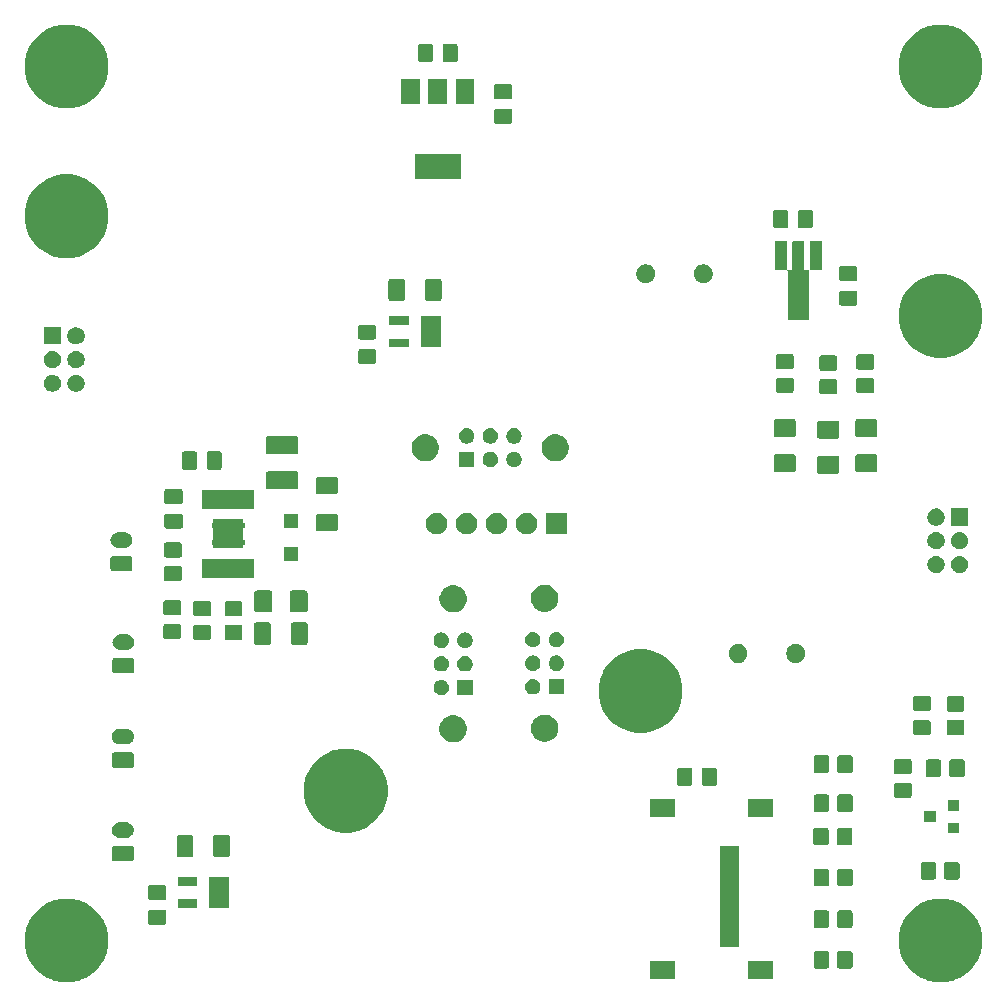
<source format=gbr>
G04 #@! TF.GenerationSoftware,KiCad,Pcbnew,(5.1.6)-1*
G04 #@! TF.CreationDate,2021-11-01T20:28:46-04:00*
G04 #@! TF.ProjectId,payload2020_papa_board,7061796c-6f61-4643-9230-32305f706170,rev?*
G04 #@! TF.SameCoordinates,Original*
G04 #@! TF.FileFunction,Soldermask,Top*
G04 #@! TF.FilePolarity,Negative*
%FSLAX46Y46*%
G04 Gerber Fmt 4.6, Leading zero omitted, Abs format (unit mm)*
G04 Created by KiCad (PCBNEW (5.1.6)-1) date 2021-11-01 20:28:46*
%MOMM*%
%LPD*%
G01*
G04 APERTURE LIST*
%ADD10C,0.100000*%
G04 APERTURE END LIST*
D10*
G36*
X120744620Y-111929000D02*
G01*
X120844620Y-111929000D01*
X120844620Y-112279000D01*
X120744620Y-112279000D01*
X120744620Y-111929000D01*
G37*
X120744620Y-111929000D02*
X120844620Y-111929000D01*
X120844620Y-112279000D01*
X120744620Y-112279000D01*
X120744620Y-111929000D01*
G36*
X120744620Y-110829000D02*
G01*
X120844620Y-110829000D01*
X120844620Y-110479000D01*
X120744620Y-110479000D01*
X120744620Y-110829000D01*
G37*
X120744620Y-110829000D02*
X120844620Y-110829000D01*
X120844620Y-110479000D01*
X120744620Y-110479000D01*
X120744620Y-110829000D01*
G36*
X118284620Y-110829000D02*
G01*
X118184620Y-110829000D01*
X118184620Y-110479000D01*
X118284620Y-110479000D01*
X118284620Y-110829000D01*
G37*
X118284620Y-110829000D02*
X118184620Y-110829000D01*
X118184620Y-110479000D01*
X118284620Y-110479000D01*
X118284620Y-110829000D01*
G36*
X118284620Y-111929000D02*
G01*
X118184620Y-111929000D01*
X118184620Y-112279000D01*
X118284620Y-112279000D01*
X118284620Y-111929000D01*
G37*
X118284620Y-111929000D02*
X118184620Y-111929000D01*
X118184620Y-112279000D01*
X118284620Y-112279000D01*
X118284620Y-111929000D01*
G36*
X180889787Y-142403462D02*
G01*
X180889790Y-142403463D01*
X180889789Y-142403463D01*
X181536029Y-142671144D01*
X182117631Y-143059758D01*
X182612242Y-143554369D01*
X183000856Y-144135971D01*
X183057402Y-144272485D01*
X183268538Y-144782213D01*
X183405000Y-145468256D01*
X183405000Y-146167744D01*
X183268538Y-146853787D01*
X183268537Y-146853789D01*
X183000856Y-147500029D01*
X182612242Y-148081631D01*
X182117631Y-148576242D01*
X181536029Y-148964856D01*
X181180791Y-149112000D01*
X180889787Y-149232538D01*
X180203744Y-149369000D01*
X179504256Y-149369000D01*
X178818213Y-149232538D01*
X178527209Y-149112000D01*
X178171971Y-148964856D01*
X177590369Y-148576242D01*
X177095758Y-148081631D01*
X176707144Y-147500029D01*
X176439463Y-146853789D01*
X176439462Y-146853787D01*
X176303000Y-146167744D01*
X176303000Y-145468256D01*
X176439462Y-144782213D01*
X176650598Y-144272485D01*
X176707144Y-144135971D01*
X177095758Y-143554369D01*
X177590369Y-143059758D01*
X178171971Y-142671144D01*
X178818211Y-142403463D01*
X178818210Y-142403463D01*
X178818213Y-142403462D01*
X179504256Y-142267000D01*
X180203744Y-142267000D01*
X180889787Y-142403462D01*
G37*
G36*
X106889787Y-142403462D02*
G01*
X106889790Y-142403463D01*
X106889789Y-142403463D01*
X107536029Y-142671144D01*
X108117631Y-143059758D01*
X108612242Y-143554369D01*
X109000856Y-144135971D01*
X109057402Y-144272485D01*
X109268538Y-144782213D01*
X109405000Y-145468256D01*
X109405000Y-146167744D01*
X109268538Y-146853787D01*
X109268537Y-146853789D01*
X109000856Y-147500029D01*
X108612242Y-148081631D01*
X108117631Y-148576242D01*
X107536029Y-148964856D01*
X107180791Y-149112000D01*
X106889787Y-149232538D01*
X106203744Y-149369000D01*
X105504256Y-149369000D01*
X104818213Y-149232538D01*
X104527209Y-149112000D01*
X104171971Y-148964856D01*
X103590369Y-148576242D01*
X103095758Y-148081631D01*
X102707144Y-147500029D01*
X102439463Y-146853789D01*
X102439462Y-146853787D01*
X102303000Y-146167744D01*
X102303000Y-145468256D01*
X102439462Y-144782213D01*
X102650598Y-144272485D01*
X102707144Y-144135971D01*
X103095758Y-143554369D01*
X103590369Y-143059758D01*
X104171971Y-142671144D01*
X104818211Y-142403463D01*
X104818210Y-142403463D01*
X104818213Y-142403462D01*
X105504256Y-142267000D01*
X106203744Y-142267000D01*
X106889787Y-142403462D01*
G37*
G36*
X165643000Y-149112000D02*
G01*
X163541000Y-149112000D01*
X163541000Y-147560000D01*
X165643000Y-147560000D01*
X165643000Y-149112000D01*
G37*
G36*
X157343000Y-149112000D02*
G01*
X155241000Y-149112000D01*
X155241000Y-147560000D01*
X157343000Y-147560000D01*
X157343000Y-149112000D01*
G37*
G36*
X172244521Y-146700404D02*
G01*
X172281618Y-146711657D01*
X172315799Y-146729927D01*
X172345763Y-146754517D01*
X172370353Y-146784481D01*
X172388623Y-146818662D01*
X172399876Y-146855759D01*
X172404280Y-146900473D01*
X172404280Y-147993527D01*
X172399876Y-148038241D01*
X172388623Y-148075338D01*
X172370353Y-148109519D01*
X172345763Y-148139483D01*
X172315799Y-148164073D01*
X172281618Y-148182343D01*
X172244521Y-148193596D01*
X172199807Y-148198000D01*
X171306753Y-148198000D01*
X171262039Y-148193596D01*
X171224942Y-148182343D01*
X171190761Y-148164073D01*
X171160797Y-148139483D01*
X171136207Y-148109519D01*
X171117937Y-148075338D01*
X171106684Y-148038241D01*
X171102280Y-147993527D01*
X171102280Y-146900473D01*
X171106684Y-146855759D01*
X171117937Y-146818662D01*
X171136207Y-146784481D01*
X171160797Y-146754517D01*
X171190761Y-146729927D01*
X171224942Y-146711657D01*
X171262039Y-146700404D01*
X171306753Y-146696000D01*
X172199807Y-146696000D01*
X172244521Y-146700404D01*
G37*
G36*
X170244521Y-146700404D02*
G01*
X170281618Y-146711657D01*
X170315799Y-146729927D01*
X170345763Y-146754517D01*
X170370353Y-146784481D01*
X170388623Y-146818662D01*
X170399876Y-146855759D01*
X170404280Y-146900473D01*
X170404280Y-147993527D01*
X170399876Y-148038241D01*
X170388623Y-148075338D01*
X170370353Y-148109519D01*
X170345763Y-148139483D01*
X170315799Y-148164073D01*
X170281618Y-148182343D01*
X170244521Y-148193596D01*
X170199807Y-148198000D01*
X169306753Y-148198000D01*
X169262039Y-148193596D01*
X169224942Y-148182343D01*
X169190761Y-148164073D01*
X169160797Y-148139483D01*
X169136207Y-148109519D01*
X169117937Y-148075338D01*
X169106684Y-148038241D01*
X169102280Y-147993527D01*
X169102280Y-146900473D01*
X169106684Y-146855759D01*
X169117937Y-146818662D01*
X169136207Y-146784481D01*
X169160797Y-146754517D01*
X169190761Y-146729927D01*
X169224942Y-146711657D01*
X169262039Y-146700404D01*
X169306753Y-146696000D01*
X170199807Y-146696000D01*
X170244521Y-146700404D01*
G37*
G36*
X162793000Y-142083257D02*
G01*
X162792515Y-142084164D01*
X162785402Y-142107613D01*
X162783000Y-142131999D01*
X162783000Y-143180001D01*
X162785402Y-143204387D01*
X162792515Y-143227836D01*
X162793000Y-143228743D01*
X162793000Y-146407000D01*
X161191000Y-146407000D01*
X161191000Y-143231999D01*
X161188598Y-143207613D01*
X161181485Y-143184164D01*
X161181000Y-143183257D01*
X161181000Y-142128743D01*
X161181485Y-142127836D01*
X161188598Y-142104387D01*
X161191000Y-142080001D01*
X161191000Y-137805000D01*
X162793000Y-137805000D01*
X162793000Y-142083257D01*
G37*
G36*
X170244521Y-143271404D02*
G01*
X170281618Y-143282657D01*
X170315799Y-143300927D01*
X170345763Y-143325517D01*
X170370353Y-143355481D01*
X170388623Y-143389662D01*
X170399876Y-143426759D01*
X170404280Y-143471473D01*
X170404280Y-144564527D01*
X170399876Y-144609241D01*
X170388623Y-144646338D01*
X170370353Y-144680519D01*
X170345763Y-144710483D01*
X170315799Y-144735073D01*
X170281618Y-144753343D01*
X170244521Y-144764596D01*
X170199807Y-144769000D01*
X169306753Y-144769000D01*
X169262039Y-144764596D01*
X169224942Y-144753343D01*
X169190761Y-144735073D01*
X169160797Y-144710483D01*
X169136207Y-144680519D01*
X169117937Y-144646338D01*
X169106684Y-144609241D01*
X169102280Y-144564527D01*
X169102280Y-143471473D01*
X169106684Y-143426759D01*
X169117937Y-143389662D01*
X169136207Y-143355481D01*
X169160797Y-143325517D01*
X169190761Y-143300927D01*
X169224942Y-143282657D01*
X169262039Y-143271404D01*
X169306753Y-143267000D01*
X170199807Y-143267000D01*
X170244521Y-143271404D01*
G37*
G36*
X172244521Y-143271404D02*
G01*
X172281618Y-143282657D01*
X172315799Y-143300927D01*
X172345763Y-143325517D01*
X172370353Y-143355481D01*
X172388623Y-143389662D01*
X172399876Y-143426759D01*
X172404280Y-143471473D01*
X172404280Y-144564527D01*
X172399876Y-144609241D01*
X172388623Y-144646338D01*
X172370353Y-144680519D01*
X172345763Y-144710483D01*
X172315799Y-144735073D01*
X172281618Y-144753343D01*
X172244521Y-144764596D01*
X172199807Y-144769000D01*
X171306753Y-144769000D01*
X171262039Y-144764596D01*
X171224942Y-144753343D01*
X171190761Y-144735073D01*
X171160797Y-144710483D01*
X171136207Y-144680519D01*
X171117937Y-144646338D01*
X171106684Y-144609241D01*
X171102280Y-144564527D01*
X171102280Y-143471473D01*
X171106684Y-143426759D01*
X171117937Y-143389662D01*
X171136207Y-143355481D01*
X171160797Y-143325517D01*
X171190761Y-143300927D01*
X171224942Y-143282657D01*
X171262039Y-143271404D01*
X171306753Y-143267000D01*
X172199807Y-143267000D01*
X172244521Y-143271404D01*
G37*
G36*
X114142823Y-143205954D02*
G01*
X114180212Y-143217296D01*
X114214666Y-143235711D01*
X114244865Y-143260495D01*
X114269649Y-143290694D01*
X114288064Y-143325148D01*
X114299406Y-143362537D01*
X114303840Y-143407555D01*
X114303840Y-144272485D01*
X114299406Y-144317503D01*
X114288064Y-144354892D01*
X114269649Y-144389346D01*
X114244865Y-144419545D01*
X114214666Y-144444329D01*
X114180212Y-144462744D01*
X114142823Y-144474086D01*
X114097805Y-144478520D01*
X112957875Y-144478520D01*
X112912857Y-144474086D01*
X112875468Y-144462744D01*
X112841014Y-144444329D01*
X112810815Y-144419545D01*
X112786031Y-144389346D01*
X112767616Y-144354892D01*
X112756274Y-144317503D01*
X112751840Y-144272485D01*
X112751840Y-143407555D01*
X112756274Y-143362537D01*
X112767616Y-143325148D01*
X112786031Y-143290694D01*
X112810815Y-143260495D01*
X112841014Y-143235711D01*
X112875468Y-143217296D01*
X112912857Y-143205954D01*
X112957875Y-143201520D01*
X114097805Y-143201520D01*
X114142823Y-143205954D01*
G37*
G36*
X116919180Y-143085940D02*
G01*
X115257180Y-143085940D01*
X115257180Y-142333940D01*
X116919180Y-142333940D01*
X116919180Y-143085940D01*
G37*
G36*
X119619180Y-143085940D02*
G01*
X117957180Y-143085940D01*
X117957180Y-140433940D01*
X119619180Y-140433940D01*
X119619180Y-143085940D01*
G37*
G36*
X114142823Y-141130954D02*
G01*
X114180212Y-141142296D01*
X114214666Y-141160711D01*
X114244865Y-141185495D01*
X114269649Y-141215694D01*
X114288064Y-141250148D01*
X114299406Y-141287537D01*
X114303840Y-141332555D01*
X114303840Y-142197485D01*
X114299406Y-142242503D01*
X114288064Y-142279892D01*
X114269649Y-142314346D01*
X114244865Y-142344545D01*
X114214666Y-142369329D01*
X114180212Y-142387744D01*
X114142823Y-142399086D01*
X114097805Y-142403520D01*
X112957875Y-142403520D01*
X112912857Y-142399086D01*
X112875468Y-142387744D01*
X112841014Y-142369329D01*
X112810815Y-142344545D01*
X112786031Y-142314346D01*
X112767616Y-142279892D01*
X112756274Y-142242503D01*
X112751840Y-142197485D01*
X112751840Y-141332555D01*
X112756274Y-141287537D01*
X112767616Y-141250148D01*
X112786031Y-141215694D01*
X112810815Y-141185495D01*
X112841014Y-141160711D01*
X112875468Y-141142296D01*
X112912857Y-141130954D01*
X112957875Y-141126520D01*
X114097805Y-141126520D01*
X114142823Y-141130954D01*
G37*
G36*
X170259761Y-139735724D02*
G01*
X170296858Y-139746977D01*
X170331039Y-139765247D01*
X170361003Y-139789837D01*
X170385593Y-139819801D01*
X170403863Y-139853982D01*
X170415116Y-139891079D01*
X170419520Y-139935793D01*
X170419520Y-141028847D01*
X170415116Y-141073561D01*
X170403863Y-141110658D01*
X170385593Y-141144839D01*
X170361003Y-141174803D01*
X170331039Y-141199393D01*
X170296858Y-141217663D01*
X170259761Y-141228916D01*
X170215047Y-141233320D01*
X169321993Y-141233320D01*
X169277279Y-141228916D01*
X169240182Y-141217663D01*
X169206001Y-141199393D01*
X169176037Y-141174803D01*
X169151447Y-141144839D01*
X169133177Y-141110658D01*
X169121924Y-141073561D01*
X169117520Y-141028847D01*
X169117520Y-139935793D01*
X169121924Y-139891079D01*
X169133177Y-139853982D01*
X169151447Y-139819801D01*
X169176037Y-139789837D01*
X169206001Y-139765247D01*
X169240182Y-139746977D01*
X169277279Y-139735724D01*
X169321993Y-139731320D01*
X170215047Y-139731320D01*
X170259761Y-139735724D01*
G37*
G36*
X172259761Y-139735724D02*
G01*
X172296858Y-139746977D01*
X172331039Y-139765247D01*
X172361003Y-139789837D01*
X172385593Y-139819801D01*
X172403863Y-139853982D01*
X172415116Y-139891079D01*
X172419520Y-139935793D01*
X172419520Y-141028847D01*
X172415116Y-141073561D01*
X172403863Y-141110658D01*
X172385593Y-141144839D01*
X172361003Y-141174803D01*
X172331039Y-141199393D01*
X172296858Y-141217663D01*
X172259761Y-141228916D01*
X172215047Y-141233320D01*
X171321993Y-141233320D01*
X171277279Y-141228916D01*
X171240182Y-141217663D01*
X171206001Y-141199393D01*
X171176037Y-141174803D01*
X171151447Y-141144839D01*
X171133177Y-141110658D01*
X171121924Y-141073561D01*
X171117520Y-141028847D01*
X171117520Y-139935793D01*
X171121924Y-139891079D01*
X171133177Y-139853982D01*
X171151447Y-139819801D01*
X171176037Y-139789837D01*
X171206001Y-139765247D01*
X171240182Y-139746977D01*
X171277279Y-139735724D01*
X171321993Y-139731320D01*
X172215047Y-139731320D01*
X172259761Y-139735724D01*
G37*
G36*
X116919180Y-141185940D02*
G01*
X115257180Y-141185940D01*
X115257180Y-140433940D01*
X116919180Y-140433940D01*
X116919180Y-141185940D01*
G37*
G36*
X181302161Y-139169304D02*
G01*
X181339258Y-139180557D01*
X181373439Y-139198827D01*
X181403403Y-139223417D01*
X181427993Y-139253381D01*
X181446263Y-139287562D01*
X181457516Y-139324659D01*
X181461920Y-139369373D01*
X181461920Y-140462427D01*
X181457516Y-140507141D01*
X181446263Y-140544238D01*
X181427993Y-140578419D01*
X181403403Y-140608383D01*
X181373439Y-140632973D01*
X181339258Y-140651243D01*
X181302161Y-140662496D01*
X181257447Y-140666900D01*
X180364393Y-140666900D01*
X180319679Y-140662496D01*
X180282582Y-140651243D01*
X180248401Y-140632973D01*
X180218437Y-140608383D01*
X180193847Y-140578419D01*
X180175577Y-140544238D01*
X180164324Y-140507141D01*
X180159920Y-140462427D01*
X180159920Y-139369373D01*
X180164324Y-139324659D01*
X180175577Y-139287562D01*
X180193847Y-139253381D01*
X180218437Y-139223417D01*
X180248401Y-139198827D01*
X180282582Y-139180557D01*
X180319679Y-139169304D01*
X180364393Y-139164900D01*
X181257447Y-139164900D01*
X181302161Y-139169304D01*
G37*
G36*
X179302161Y-139169304D02*
G01*
X179339258Y-139180557D01*
X179373439Y-139198827D01*
X179403403Y-139223417D01*
X179427993Y-139253381D01*
X179446263Y-139287562D01*
X179457516Y-139324659D01*
X179461920Y-139369373D01*
X179461920Y-140462427D01*
X179457516Y-140507141D01*
X179446263Y-140544238D01*
X179427993Y-140578419D01*
X179403403Y-140608383D01*
X179373439Y-140632973D01*
X179339258Y-140651243D01*
X179302161Y-140662496D01*
X179257447Y-140666900D01*
X178364393Y-140666900D01*
X178319679Y-140662496D01*
X178282582Y-140651243D01*
X178248401Y-140632973D01*
X178218437Y-140608383D01*
X178193847Y-140578419D01*
X178175577Y-140544238D01*
X178164324Y-140507141D01*
X178159920Y-140462427D01*
X178159920Y-139369373D01*
X178164324Y-139324659D01*
X178175577Y-139287562D01*
X178193847Y-139253381D01*
X178218437Y-139223417D01*
X178248401Y-139198827D01*
X178282582Y-139180557D01*
X178319679Y-139169304D01*
X178364393Y-139164900D01*
X179257447Y-139164900D01*
X179302161Y-139169304D01*
G37*
G36*
X111388321Y-137816424D02*
G01*
X111425418Y-137827677D01*
X111459599Y-137845947D01*
X111489563Y-137870537D01*
X111514153Y-137900501D01*
X111532423Y-137934682D01*
X111543676Y-137971779D01*
X111548080Y-138016493D01*
X111548080Y-138909547D01*
X111543676Y-138954261D01*
X111532423Y-138991358D01*
X111514153Y-139025539D01*
X111489563Y-139055503D01*
X111459599Y-139080093D01*
X111425418Y-139098363D01*
X111388321Y-139109616D01*
X111343607Y-139114020D01*
X109900553Y-139114020D01*
X109855839Y-139109616D01*
X109818742Y-139098363D01*
X109784561Y-139080093D01*
X109754597Y-139055503D01*
X109730007Y-139025539D01*
X109711737Y-138991358D01*
X109700484Y-138954261D01*
X109696080Y-138909547D01*
X109696080Y-138016493D01*
X109700484Y-137971779D01*
X109711737Y-137934682D01*
X109730007Y-137900501D01*
X109754597Y-137870537D01*
X109784561Y-137845947D01*
X109818742Y-137827677D01*
X109855839Y-137816424D01*
X109900553Y-137812020D01*
X111343607Y-137812020D01*
X111388321Y-137816424D01*
G37*
G36*
X116427604Y-136898695D02*
G01*
X116463635Y-136909626D01*
X116496847Y-136927377D01*
X116525955Y-136951265D01*
X116549843Y-136980373D01*
X116567594Y-137013585D01*
X116578525Y-137049616D01*
X116582820Y-137093229D01*
X116582820Y-138547571D01*
X116578525Y-138591184D01*
X116567594Y-138627215D01*
X116549843Y-138660427D01*
X116525955Y-138689535D01*
X116496847Y-138713423D01*
X116463635Y-138731174D01*
X116427604Y-138742105D01*
X116383991Y-138746400D01*
X115379649Y-138746400D01*
X115336036Y-138742105D01*
X115300005Y-138731174D01*
X115266793Y-138713423D01*
X115237685Y-138689535D01*
X115213797Y-138660427D01*
X115196046Y-138627215D01*
X115185115Y-138591184D01*
X115180820Y-138547571D01*
X115180820Y-137093229D01*
X115185115Y-137049616D01*
X115196046Y-137013585D01*
X115213797Y-136980373D01*
X115237685Y-136951265D01*
X115266793Y-136927377D01*
X115300005Y-136909626D01*
X115336036Y-136898695D01*
X115379649Y-136894400D01*
X116383991Y-136894400D01*
X116427604Y-136898695D01*
G37*
G36*
X119527604Y-136898695D02*
G01*
X119563635Y-136909626D01*
X119596847Y-136927377D01*
X119625955Y-136951265D01*
X119649843Y-136980373D01*
X119667594Y-137013585D01*
X119678525Y-137049616D01*
X119682820Y-137093229D01*
X119682820Y-138547571D01*
X119678525Y-138591184D01*
X119667594Y-138627215D01*
X119649843Y-138660427D01*
X119625955Y-138689535D01*
X119596847Y-138713423D01*
X119563635Y-138731174D01*
X119527604Y-138742105D01*
X119483991Y-138746400D01*
X118479649Y-138746400D01*
X118436036Y-138742105D01*
X118400005Y-138731174D01*
X118366793Y-138713423D01*
X118337685Y-138689535D01*
X118313797Y-138660427D01*
X118296046Y-138627215D01*
X118285115Y-138591184D01*
X118280820Y-138547571D01*
X118280820Y-137093229D01*
X118285115Y-137049616D01*
X118296046Y-137013585D01*
X118313797Y-136980373D01*
X118337685Y-136951265D01*
X118366793Y-136927377D01*
X118400005Y-136909626D01*
X118436036Y-136898695D01*
X118479649Y-136894400D01*
X119483991Y-136894400D01*
X119527604Y-136898695D01*
G37*
G36*
X172221661Y-136273704D02*
G01*
X172258758Y-136284957D01*
X172292939Y-136303227D01*
X172322903Y-136327817D01*
X172347493Y-136357781D01*
X172365763Y-136391962D01*
X172377016Y-136429059D01*
X172381420Y-136473773D01*
X172381420Y-137566827D01*
X172377016Y-137611541D01*
X172365763Y-137648638D01*
X172347493Y-137682819D01*
X172322903Y-137712783D01*
X172292939Y-137737373D01*
X172258758Y-137755643D01*
X172221661Y-137766896D01*
X172176947Y-137771300D01*
X171283893Y-137771300D01*
X171239179Y-137766896D01*
X171202082Y-137755643D01*
X171167901Y-137737373D01*
X171137937Y-137712783D01*
X171113347Y-137682819D01*
X171095077Y-137648638D01*
X171083824Y-137611541D01*
X171079420Y-137566827D01*
X171079420Y-136473773D01*
X171083824Y-136429059D01*
X171095077Y-136391962D01*
X171113347Y-136357781D01*
X171137937Y-136327817D01*
X171167901Y-136303227D01*
X171202082Y-136284957D01*
X171239179Y-136273704D01*
X171283893Y-136269300D01*
X172176947Y-136269300D01*
X172221661Y-136273704D01*
G37*
G36*
X170221661Y-136273704D02*
G01*
X170258758Y-136284957D01*
X170292939Y-136303227D01*
X170322903Y-136327817D01*
X170347493Y-136357781D01*
X170365763Y-136391962D01*
X170377016Y-136429059D01*
X170381420Y-136473773D01*
X170381420Y-137566827D01*
X170377016Y-137611541D01*
X170365763Y-137648638D01*
X170347493Y-137682819D01*
X170322903Y-137712783D01*
X170292939Y-137737373D01*
X170258758Y-137755643D01*
X170221661Y-137766896D01*
X170176947Y-137771300D01*
X169283893Y-137771300D01*
X169239179Y-137766896D01*
X169202082Y-137755643D01*
X169167901Y-137737373D01*
X169137937Y-137712783D01*
X169113347Y-137682819D01*
X169095077Y-137648638D01*
X169083824Y-137611541D01*
X169079420Y-137566827D01*
X169079420Y-136473773D01*
X169083824Y-136429059D01*
X169095077Y-136391962D01*
X169113347Y-136357781D01*
X169137937Y-136327817D01*
X169167901Y-136303227D01*
X169202082Y-136284957D01*
X169239179Y-136273704D01*
X169283893Y-136269300D01*
X170176947Y-136269300D01*
X170221661Y-136273704D01*
G37*
G36*
X110960935Y-135815160D02*
G01*
X111024698Y-135821440D01*
X111103683Y-135845400D01*
X111147416Y-135858666D01*
X111260505Y-135919114D01*
X111359634Y-136000466D01*
X111440986Y-136099595D01*
X111501434Y-136212684D01*
X111501435Y-136212688D01*
X111538660Y-136335402D01*
X111551229Y-136463020D01*
X111538660Y-136590638D01*
X111511120Y-136681424D01*
X111501434Y-136713356D01*
X111440986Y-136826445D01*
X111359634Y-136925574D01*
X111260505Y-137006926D01*
X111147416Y-137067374D01*
X111115484Y-137077060D01*
X111024698Y-137104600D01*
X110960935Y-137110880D01*
X110929054Y-137114020D01*
X110315106Y-137114020D01*
X110283225Y-137110880D01*
X110219462Y-137104600D01*
X110128676Y-137077060D01*
X110096744Y-137067374D01*
X109983655Y-137006926D01*
X109884526Y-136925574D01*
X109803174Y-136826445D01*
X109742726Y-136713356D01*
X109733040Y-136681424D01*
X109705500Y-136590638D01*
X109692931Y-136463020D01*
X109705500Y-136335402D01*
X109742725Y-136212688D01*
X109742726Y-136212684D01*
X109803174Y-136099595D01*
X109884526Y-136000466D01*
X109983655Y-135919114D01*
X110096744Y-135858666D01*
X110140477Y-135845400D01*
X110219462Y-135821440D01*
X110283225Y-135815160D01*
X110315106Y-135812020D01*
X110929054Y-135812020D01*
X110960935Y-135815160D01*
G37*
G36*
X181450600Y-136747400D02*
G01*
X180448600Y-136747400D01*
X180448600Y-135845400D01*
X181450600Y-135845400D01*
X181450600Y-136747400D01*
G37*
G36*
X130529787Y-129723462D02*
G01*
X130529790Y-129723463D01*
X130529789Y-129723463D01*
X131176029Y-129991144D01*
X131757631Y-130379758D01*
X132252242Y-130874369D01*
X132640856Y-131455971D01*
X132759245Y-131741788D01*
X132908538Y-132102213D01*
X133045000Y-132788256D01*
X133045000Y-133487744D01*
X132908538Y-134173787D01*
X132908537Y-134173789D01*
X132640856Y-134820029D01*
X132252242Y-135401631D01*
X131757631Y-135896242D01*
X131176029Y-136284856D01*
X130745902Y-136463020D01*
X130529787Y-136552538D01*
X129843744Y-136689000D01*
X129144256Y-136689000D01*
X128458213Y-136552538D01*
X128242098Y-136463020D01*
X127811971Y-136284856D01*
X127230369Y-135896242D01*
X126735758Y-135401631D01*
X126347144Y-134820029D01*
X126079463Y-134173789D01*
X126079462Y-134173787D01*
X125943000Y-133487744D01*
X125943000Y-132788256D01*
X126079462Y-132102213D01*
X126228755Y-131741788D01*
X126347144Y-131455971D01*
X126735758Y-130874369D01*
X127230369Y-130379758D01*
X127811971Y-129991144D01*
X128458211Y-129723463D01*
X128458210Y-129723463D01*
X128458213Y-129723462D01*
X129144256Y-129587000D01*
X129843744Y-129587000D01*
X130529787Y-129723462D01*
G37*
G36*
X179450600Y-135797400D02*
G01*
X178448600Y-135797400D01*
X178448600Y-134895400D01*
X179450600Y-134895400D01*
X179450600Y-135797400D01*
G37*
G36*
X165643000Y-135362000D02*
G01*
X163541000Y-135362000D01*
X163541000Y-133810000D01*
X165643000Y-133810000D01*
X165643000Y-135362000D01*
G37*
G36*
X157343000Y-135362000D02*
G01*
X155241000Y-135362000D01*
X155241000Y-133810000D01*
X157343000Y-133810000D01*
X157343000Y-135362000D01*
G37*
G36*
X172253661Y-133456844D02*
G01*
X172290758Y-133468097D01*
X172324939Y-133486367D01*
X172354903Y-133510957D01*
X172379493Y-133540921D01*
X172397763Y-133575102D01*
X172409016Y-133612199D01*
X172413420Y-133656913D01*
X172413420Y-134749967D01*
X172409016Y-134794681D01*
X172397763Y-134831778D01*
X172379493Y-134865959D01*
X172354903Y-134895923D01*
X172324939Y-134920513D01*
X172290758Y-134938783D01*
X172253661Y-134950036D01*
X172208947Y-134954440D01*
X171315893Y-134954440D01*
X171271179Y-134950036D01*
X171234082Y-134938783D01*
X171199901Y-134920513D01*
X171169937Y-134895923D01*
X171145347Y-134865959D01*
X171127077Y-134831778D01*
X171115824Y-134794681D01*
X171111420Y-134749967D01*
X171111420Y-133656913D01*
X171115824Y-133612199D01*
X171127077Y-133575102D01*
X171145347Y-133540921D01*
X171169937Y-133510957D01*
X171199901Y-133486367D01*
X171234082Y-133468097D01*
X171271179Y-133456844D01*
X171315893Y-133452440D01*
X172208947Y-133452440D01*
X172253661Y-133456844D01*
G37*
G36*
X170253661Y-133456844D02*
G01*
X170290758Y-133468097D01*
X170324939Y-133486367D01*
X170354903Y-133510957D01*
X170379493Y-133540921D01*
X170397763Y-133575102D01*
X170409016Y-133612199D01*
X170413420Y-133656913D01*
X170413420Y-134749967D01*
X170409016Y-134794681D01*
X170397763Y-134831778D01*
X170379493Y-134865959D01*
X170354903Y-134895923D01*
X170324939Y-134920513D01*
X170290758Y-134938783D01*
X170253661Y-134950036D01*
X170208947Y-134954440D01*
X169315893Y-134954440D01*
X169271179Y-134950036D01*
X169234082Y-134938783D01*
X169199901Y-134920513D01*
X169169937Y-134895923D01*
X169145347Y-134865959D01*
X169127077Y-134831778D01*
X169115824Y-134794681D01*
X169111420Y-134749967D01*
X169111420Y-133656913D01*
X169115824Y-133612199D01*
X169127077Y-133575102D01*
X169145347Y-133540921D01*
X169169937Y-133510957D01*
X169199901Y-133486367D01*
X169234082Y-133468097D01*
X169271179Y-133456844D01*
X169315893Y-133452440D01*
X170208947Y-133452440D01*
X170253661Y-133456844D01*
G37*
G36*
X181450600Y-134847400D02*
G01*
X180448600Y-134847400D01*
X180448600Y-133945400D01*
X181450600Y-133945400D01*
X181450600Y-134847400D01*
G37*
G36*
X177243161Y-132449404D02*
G01*
X177280258Y-132460657D01*
X177314439Y-132478927D01*
X177344403Y-132503517D01*
X177368993Y-132533481D01*
X177387263Y-132567662D01*
X177398516Y-132604759D01*
X177402920Y-132649473D01*
X177402920Y-133542527D01*
X177398516Y-133587241D01*
X177387263Y-133624338D01*
X177368993Y-133658519D01*
X177344403Y-133688483D01*
X177314439Y-133713073D01*
X177280258Y-133731343D01*
X177243161Y-133742596D01*
X177198447Y-133747000D01*
X176105393Y-133747000D01*
X176060679Y-133742596D01*
X176023582Y-133731343D01*
X175989401Y-133713073D01*
X175959437Y-133688483D01*
X175934847Y-133658519D01*
X175916577Y-133624338D01*
X175905324Y-133587241D01*
X175900920Y-133542527D01*
X175900920Y-132649473D01*
X175905324Y-132604759D01*
X175916577Y-132567662D01*
X175934847Y-132533481D01*
X175959437Y-132503517D01*
X175989401Y-132478927D01*
X176023582Y-132460657D01*
X176060679Y-132449404D01*
X176105393Y-132445000D01*
X177198447Y-132445000D01*
X177243161Y-132449404D01*
G37*
G36*
X160743683Y-131181434D02*
G01*
X160781072Y-131192776D01*
X160815526Y-131211191D01*
X160845725Y-131235975D01*
X160870509Y-131266174D01*
X160888924Y-131300628D01*
X160900266Y-131338017D01*
X160904700Y-131383035D01*
X160904700Y-132522965D01*
X160900266Y-132567983D01*
X160888924Y-132605372D01*
X160870509Y-132639826D01*
X160845725Y-132670025D01*
X160815526Y-132694809D01*
X160781072Y-132713224D01*
X160743683Y-132724566D01*
X160698665Y-132729000D01*
X159833735Y-132729000D01*
X159788717Y-132724566D01*
X159751328Y-132713224D01*
X159716874Y-132694809D01*
X159686675Y-132670025D01*
X159661891Y-132639826D01*
X159643476Y-132605372D01*
X159632134Y-132567983D01*
X159627700Y-132522965D01*
X159627700Y-131383035D01*
X159632134Y-131338017D01*
X159643476Y-131300628D01*
X159661891Y-131266174D01*
X159686675Y-131235975D01*
X159716874Y-131211191D01*
X159751328Y-131192776D01*
X159788717Y-131181434D01*
X159833735Y-131177000D01*
X160698665Y-131177000D01*
X160743683Y-131181434D01*
G37*
G36*
X158668683Y-131181434D02*
G01*
X158706072Y-131192776D01*
X158740526Y-131211191D01*
X158770725Y-131235975D01*
X158795509Y-131266174D01*
X158813924Y-131300628D01*
X158825266Y-131338017D01*
X158829700Y-131383035D01*
X158829700Y-132522965D01*
X158825266Y-132567983D01*
X158813924Y-132605372D01*
X158795509Y-132639826D01*
X158770725Y-132670025D01*
X158740526Y-132694809D01*
X158706072Y-132713224D01*
X158668683Y-132724566D01*
X158623665Y-132729000D01*
X157758735Y-132729000D01*
X157713717Y-132724566D01*
X157676328Y-132713224D01*
X157641874Y-132694809D01*
X157611675Y-132670025D01*
X157586891Y-132639826D01*
X157568476Y-132605372D01*
X157557134Y-132567983D01*
X157552700Y-132522965D01*
X157552700Y-131383035D01*
X157557134Y-131338017D01*
X157568476Y-131300628D01*
X157586891Y-131266174D01*
X157611675Y-131235975D01*
X157641874Y-131211191D01*
X157676328Y-131192776D01*
X157713717Y-131181434D01*
X157758735Y-131177000D01*
X158623665Y-131177000D01*
X158668683Y-131181434D01*
G37*
G36*
X181748181Y-130492664D02*
G01*
X181785278Y-130503917D01*
X181819459Y-130522187D01*
X181849423Y-130546777D01*
X181874013Y-130576741D01*
X181892283Y-130610922D01*
X181903536Y-130648019D01*
X181907940Y-130692733D01*
X181907940Y-131785787D01*
X181903536Y-131830501D01*
X181892283Y-131867598D01*
X181874013Y-131901779D01*
X181849423Y-131931743D01*
X181819459Y-131956333D01*
X181785278Y-131974603D01*
X181748181Y-131985856D01*
X181703467Y-131990260D01*
X180810413Y-131990260D01*
X180765699Y-131985856D01*
X180728602Y-131974603D01*
X180694421Y-131956333D01*
X180664457Y-131931743D01*
X180639867Y-131901779D01*
X180621597Y-131867598D01*
X180610344Y-131830501D01*
X180605940Y-131785787D01*
X180605940Y-130692733D01*
X180610344Y-130648019D01*
X180621597Y-130610922D01*
X180639867Y-130576741D01*
X180664457Y-130546777D01*
X180694421Y-130522187D01*
X180728602Y-130503917D01*
X180765699Y-130492664D01*
X180810413Y-130488260D01*
X181703467Y-130488260D01*
X181748181Y-130492664D01*
G37*
G36*
X179748181Y-130492664D02*
G01*
X179785278Y-130503917D01*
X179819459Y-130522187D01*
X179849423Y-130546777D01*
X179874013Y-130576741D01*
X179892283Y-130610922D01*
X179903536Y-130648019D01*
X179907940Y-130692733D01*
X179907940Y-131785787D01*
X179903536Y-131830501D01*
X179892283Y-131867598D01*
X179874013Y-131901779D01*
X179849423Y-131931743D01*
X179819459Y-131956333D01*
X179785278Y-131974603D01*
X179748181Y-131985856D01*
X179703467Y-131990260D01*
X178810413Y-131990260D01*
X178765699Y-131985856D01*
X178728602Y-131974603D01*
X178694421Y-131956333D01*
X178664457Y-131931743D01*
X178639867Y-131901779D01*
X178621597Y-131867598D01*
X178610344Y-131830501D01*
X178605940Y-131785787D01*
X178605940Y-130692733D01*
X178610344Y-130648019D01*
X178621597Y-130610922D01*
X178639867Y-130576741D01*
X178664457Y-130546777D01*
X178694421Y-130522187D01*
X178728602Y-130503917D01*
X178765699Y-130492664D01*
X178810413Y-130488260D01*
X179703467Y-130488260D01*
X179748181Y-130492664D01*
G37*
G36*
X177243161Y-130449404D02*
G01*
X177280258Y-130460657D01*
X177314439Y-130478927D01*
X177344403Y-130503517D01*
X177368993Y-130533481D01*
X177387263Y-130567662D01*
X177398516Y-130604759D01*
X177402920Y-130649473D01*
X177402920Y-131542527D01*
X177398516Y-131587241D01*
X177387263Y-131624338D01*
X177368993Y-131658519D01*
X177344403Y-131688483D01*
X177314439Y-131713073D01*
X177280258Y-131731343D01*
X177243161Y-131742596D01*
X177198447Y-131747000D01*
X176105393Y-131747000D01*
X176060679Y-131742596D01*
X176023582Y-131731343D01*
X175989401Y-131713073D01*
X175959437Y-131688483D01*
X175934847Y-131658519D01*
X175916577Y-131624338D01*
X175905324Y-131587241D01*
X175900920Y-131542527D01*
X175900920Y-130649473D01*
X175905324Y-130604759D01*
X175916577Y-130567662D01*
X175934847Y-130533481D01*
X175959437Y-130503517D01*
X175989401Y-130478927D01*
X176023582Y-130460657D01*
X176060679Y-130449404D01*
X176105393Y-130445000D01*
X177198447Y-130445000D01*
X177243161Y-130449404D01*
G37*
G36*
X170253661Y-130142144D02*
G01*
X170290758Y-130153397D01*
X170324939Y-130171667D01*
X170354903Y-130196257D01*
X170379493Y-130226221D01*
X170397763Y-130260402D01*
X170409016Y-130297499D01*
X170413420Y-130342213D01*
X170413420Y-131435267D01*
X170409016Y-131479981D01*
X170397763Y-131517078D01*
X170379493Y-131551259D01*
X170354903Y-131581223D01*
X170324939Y-131605813D01*
X170290758Y-131624083D01*
X170253661Y-131635336D01*
X170208947Y-131639740D01*
X169315893Y-131639740D01*
X169271179Y-131635336D01*
X169234082Y-131624083D01*
X169199901Y-131605813D01*
X169169937Y-131581223D01*
X169145347Y-131551259D01*
X169127077Y-131517078D01*
X169115824Y-131479981D01*
X169111420Y-131435267D01*
X169111420Y-130342213D01*
X169115824Y-130297499D01*
X169127077Y-130260402D01*
X169145347Y-130226221D01*
X169169937Y-130196257D01*
X169199901Y-130171667D01*
X169234082Y-130153397D01*
X169271179Y-130142144D01*
X169315893Y-130137740D01*
X170208947Y-130137740D01*
X170253661Y-130142144D01*
G37*
G36*
X172253661Y-130142144D02*
G01*
X172290758Y-130153397D01*
X172324939Y-130171667D01*
X172354903Y-130196257D01*
X172379493Y-130226221D01*
X172397763Y-130260402D01*
X172409016Y-130297499D01*
X172413420Y-130342213D01*
X172413420Y-131435267D01*
X172409016Y-131479981D01*
X172397763Y-131517078D01*
X172379493Y-131551259D01*
X172354903Y-131581223D01*
X172324939Y-131605813D01*
X172290758Y-131624083D01*
X172253661Y-131635336D01*
X172208947Y-131639740D01*
X171315893Y-131639740D01*
X171271179Y-131635336D01*
X171234082Y-131624083D01*
X171199901Y-131605813D01*
X171169937Y-131581223D01*
X171145347Y-131551259D01*
X171127077Y-131517078D01*
X171115824Y-131479981D01*
X171111420Y-131435267D01*
X171111420Y-130342213D01*
X171115824Y-130297499D01*
X171127077Y-130260402D01*
X171145347Y-130226221D01*
X171169937Y-130196257D01*
X171199901Y-130171667D01*
X171234082Y-130153397D01*
X171271179Y-130142144D01*
X171315893Y-130137740D01*
X172208947Y-130137740D01*
X172253661Y-130142144D01*
G37*
G36*
X111388321Y-129894164D02*
G01*
X111425418Y-129905417D01*
X111459599Y-129923687D01*
X111489563Y-129948277D01*
X111514153Y-129978241D01*
X111532423Y-130012422D01*
X111543676Y-130049519D01*
X111548080Y-130094233D01*
X111548080Y-130987287D01*
X111543676Y-131032001D01*
X111532423Y-131069098D01*
X111514153Y-131103279D01*
X111489563Y-131133243D01*
X111459599Y-131157833D01*
X111425418Y-131176103D01*
X111388321Y-131187356D01*
X111343607Y-131191760D01*
X109900553Y-131191760D01*
X109855839Y-131187356D01*
X109818742Y-131176103D01*
X109784561Y-131157833D01*
X109754597Y-131133243D01*
X109730007Y-131103279D01*
X109711737Y-131069098D01*
X109700484Y-131032001D01*
X109696080Y-130987287D01*
X109696080Y-130094233D01*
X109700484Y-130049519D01*
X109711737Y-130012422D01*
X109730007Y-129978241D01*
X109754597Y-129948277D01*
X109784561Y-129923687D01*
X109818742Y-129905417D01*
X109855839Y-129894164D01*
X109900553Y-129889760D01*
X111343607Y-129889760D01*
X111388321Y-129894164D01*
G37*
G36*
X110960935Y-127892900D02*
G01*
X111024698Y-127899180D01*
X111115484Y-127926720D01*
X111147416Y-127936406D01*
X111260505Y-127996854D01*
X111359634Y-128078206D01*
X111440986Y-128177335D01*
X111501434Y-128290424D01*
X111501435Y-128290428D01*
X111538660Y-128413142D01*
X111551229Y-128540760D01*
X111538660Y-128668378D01*
X111511120Y-128759164D01*
X111501434Y-128791096D01*
X111440986Y-128904185D01*
X111359634Y-129003314D01*
X111260505Y-129084666D01*
X111147416Y-129145114D01*
X111115484Y-129154800D01*
X111024698Y-129182340D01*
X110960935Y-129188620D01*
X110929054Y-129191760D01*
X110315106Y-129191760D01*
X110283225Y-129188620D01*
X110219462Y-129182340D01*
X110128676Y-129154800D01*
X110096744Y-129145114D01*
X109983655Y-129084666D01*
X109884526Y-129003314D01*
X109803174Y-128904185D01*
X109742726Y-128791096D01*
X109733040Y-128759164D01*
X109705500Y-128668378D01*
X109692931Y-128540760D01*
X109705500Y-128413142D01*
X109742725Y-128290428D01*
X109742726Y-128290424D01*
X109803174Y-128177335D01*
X109884526Y-128078206D01*
X109983655Y-127996854D01*
X110096744Y-127936406D01*
X110128676Y-127926720D01*
X110219462Y-127899180D01*
X110283225Y-127892900D01*
X110315106Y-127889760D01*
X110929054Y-127889760D01*
X110960935Y-127892900D01*
G37*
G36*
X138806949Y-126761916D02*
G01*
X138918134Y-126784032D01*
X139127603Y-126870797D01*
X139316120Y-126996760D01*
X139476440Y-127157080D01*
X139602403Y-127345597D01*
X139689168Y-127555066D01*
X139733400Y-127777436D01*
X139733400Y-128004164D01*
X139689168Y-128226534D01*
X139653585Y-128312438D01*
X139609263Y-128419443D01*
X139602403Y-128436003D01*
X139476440Y-128624520D01*
X139316120Y-128784840D01*
X139127603Y-128910803D01*
X138918134Y-128997568D01*
X138806949Y-129019684D01*
X138695765Y-129041800D01*
X138469035Y-129041800D01*
X138357851Y-129019684D01*
X138246666Y-128997568D01*
X138037197Y-128910803D01*
X137848680Y-128784840D01*
X137688360Y-128624520D01*
X137562397Y-128436003D01*
X137555538Y-128419443D01*
X137511215Y-128312438D01*
X137475632Y-128226534D01*
X137431400Y-128004164D01*
X137431400Y-127777436D01*
X137475632Y-127555066D01*
X137562397Y-127345597D01*
X137688360Y-127157080D01*
X137848680Y-126996760D01*
X138037197Y-126870797D01*
X138246666Y-126784032D01*
X138357851Y-126761916D01*
X138469035Y-126739800D01*
X138695765Y-126739800D01*
X138806949Y-126761916D01*
G37*
G36*
X146553949Y-126711116D02*
G01*
X146665134Y-126733232D01*
X146874603Y-126819997D01*
X147063120Y-126945960D01*
X147223440Y-127106280D01*
X147349403Y-127294797D01*
X147436168Y-127504266D01*
X147480400Y-127726636D01*
X147480400Y-127953364D01*
X147436168Y-128175734D01*
X147349403Y-128385203D01*
X147223440Y-128573720D01*
X147063120Y-128734040D01*
X146874603Y-128860003D01*
X146665134Y-128946768D01*
X146553949Y-128968884D01*
X146442765Y-128991000D01*
X146216035Y-128991000D01*
X146104851Y-128968884D01*
X145993666Y-128946768D01*
X145784197Y-128860003D01*
X145595680Y-128734040D01*
X145435360Y-128573720D01*
X145309397Y-128385203D01*
X145222632Y-128175734D01*
X145178400Y-127953364D01*
X145178400Y-127726636D01*
X145222632Y-127504266D01*
X145309397Y-127294797D01*
X145435360Y-127106280D01*
X145595680Y-126945960D01*
X145784197Y-126819997D01*
X145993666Y-126733232D01*
X146104851Y-126711116D01*
X146216035Y-126689000D01*
X146442765Y-126689000D01*
X146553949Y-126711116D01*
G37*
G36*
X181721181Y-127137504D02*
G01*
X181758278Y-127148757D01*
X181792459Y-127167027D01*
X181822423Y-127191617D01*
X181847013Y-127221581D01*
X181865283Y-127255762D01*
X181876536Y-127292859D01*
X181880940Y-127337573D01*
X181880940Y-128230627D01*
X181876536Y-128275341D01*
X181865283Y-128312438D01*
X181847013Y-128346619D01*
X181822423Y-128376583D01*
X181792459Y-128401173D01*
X181758278Y-128419443D01*
X181721181Y-128430696D01*
X181676467Y-128435100D01*
X180583413Y-128435100D01*
X180538699Y-128430696D01*
X180501602Y-128419443D01*
X180467421Y-128401173D01*
X180437457Y-128376583D01*
X180412867Y-128346619D01*
X180394597Y-128312438D01*
X180383344Y-128275341D01*
X180378940Y-128230627D01*
X180378940Y-127337573D01*
X180383344Y-127292859D01*
X180394597Y-127255762D01*
X180412867Y-127221581D01*
X180437457Y-127191617D01*
X180467421Y-127167027D01*
X180501602Y-127148757D01*
X180538699Y-127137504D01*
X180583413Y-127133100D01*
X181676467Y-127133100D01*
X181721181Y-127137504D01*
G37*
G36*
X178862794Y-127174105D02*
G01*
X178900487Y-127185539D01*
X178935223Y-127204106D01*
X178965668Y-127229092D01*
X178990654Y-127259537D01*
X179009221Y-127294273D01*
X179020655Y-127331966D01*
X179025120Y-127377301D01*
X179025120Y-128213979D01*
X179020655Y-128259314D01*
X179009221Y-128297007D01*
X178990654Y-128331743D01*
X178965668Y-128362188D01*
X178935223Y-128387174D01*
X178900487Y-128405741D01*
X178862794Y-128417175D01*
X178817459Y-128421640D01*
X177730781Y-128421640D01*
X177685446Y-128417175D01*
X177647753Y-128405741D01*
X177613017Y-128387174D01*
X177582572Y-128362188D01*
X177557586Y-128331743D01*
X177539019Y-128297007D01*
X177527585Y-128259314D01*
X177523120Y-128213979D01*
X177523120Y-127377301D01*
X177527585Y-127331966D01*
X177539019Y-127294273D01*
X177557586Y-127259537D01*
X177582572Y-127229092D01*
X177613017Y-127204106D01*
X177647753Y-127185539D01*
X177685446Y-127174105D01*
X177730781Y-127169640D01*
X178817459Y-127169640D01*
X178862794Y-127174105D01*
G37*
G36*
X155489787Y-121283462D02*
G01*
X155489790Y-121283463D01*
X155489789Y-121283463D01*
X156136029Y-121551144D01*
X156717631Y-121939758D01*
X157212242Y-122434369D01*
X157600856Y-123015971D01*
X157670979Y-123185263D01*
X157868538Y-123662213D01*
X158005000Y-124348256D01*
X158005000Y-125047744D01*
X157868538Y-125733787D01*
X157868537Y-125733789D01*
X157600856Y-126380029D01*
X157212242Y-126961631D01*
X156717631Y-127456242D01*
X156136029Y-127844856D01*
X155679068Y-128034135D01*
X155489787Y-128112538D01*
X154803744Y-128249000D01*
X154104256Y-128249000D01*
X153418213Y-128112538D01*
X153228932Y-128034135D01*
X152771971Y-127844856D01*
X152190369Y-127456242D01*
X151695758Y-126961631D01*
X151307144Y-126380029D01*
X151039463Y-125733789D01*
X151039462Y-125733787D01*
X150903000Y-125047744D01*
X150903000Y-124348256D01*
X151039462Y-123662213D01*
X151237021Y-123185263D01*
X151307144Y-123015971D01*
X151695758Y-122434369D01*
X152190369Y-121939758D01*
X152771971Y-121551144D01*
X153418211Y-121283463D01*
X153418210Y-121283463D01*
X153418213Y-121283462D01*
X154104256Y-121147000D01*
X154803744Y-121147000D01*
X155489787Y-121283462D01*
G37*
G36*
X181721181Y-125137504D02*
G01*
X181758278Y-125148757D01*
X181792459Y-125167027D01*
X181822423Y-125191617D01*
X181847013Y-125221581D01*
X181865283Y-125255762D01*
X181876536Y-125292859D01*
X181880940Y-125337573D01*
X181880940Y-126230627D01*
X181876536Y-126275341D01*
X181865283Y-126312438D01*
X181847013Y-126346619D01*
X181822423Y-126376583D01*
X181792459Y-126401173D01*
X181758278Y-126419443D01*
X181721181Y-126430696D01*
X181676467Y-126435100D01*
X180583413Y-126435100D01*
X180538699Y-126430696D01*
X180501602Y-126419443D01*
X180467421Y-126401173D01*
X180437457Y-126376583D01*
X180412867Y-126346619D01*
X180394597Y-126312438D01*
X180383344Y-126275341D01*
X180378940Y-126230627D01*
X180378940Y-125337573D01*
X180383344Y-125292859D01*
X180394597Y-125255762D01*
X180412867Y-125221581D01*
X180437457Y-125191617D01*
X180467421Y-125167027D01*
X180501602Y-125148757D01*
X180538699Y-125137504D01*
X180583413Y-125133100D01*
X181676467Y-125133100D01*
X181721181Y-125137504D01*
G37*
G36*
X178862794Y-125124105D02*
G01*
X178900487Y-125135539D01*
X178935223Y-125154106D01*
X178965668Y-125179092D01*
X178990654Y-125209537D01*
X179009221Y-125244273D01*
X179020655Y-125281966D01*
X179025120Y-125327301D01*
X179025120Y-126163979D01*
X179020655Y-126209314D01*
X179009221Y-126247007D01*
X178990654Y-126281743D01*
X178965668Y-126312188D01*
X178935223Y-126337174D01*
X178900487Y-126355741D01*
X178862794Y-126367175D01*
X178817459Y-126371640D01*
X177730781Y-126371640D01*
X177685446Y-126367175D01*
X177647753Y-126355741D01*
X177613017Y-126337174D01*
X177582572Y-126312188D01*
X177557586Y-126281743D01*
X177539019Y-126247007D01*
X177527585Y-126209314D01*
X177523120Y-126163979D01*
X177523120Y-125327301D01*
X177527585Y-125281966D01*
X177539019Y-125244273D01*
X177557586Y-125209537D01*
X177582572Y-125179092D01*
X177613017Y-125154106D01*
X177647753Y-125135539D01*
X177685446Y-125124105D01*
X177730781Y-125119640D01*
X178817459Y-125119640D01*
X178862794Y-125124105D01*
G37*
G36*
X140233400Y-125041800D02*
G01*
X138931400Y-125041800D01*
X138931400Y-123739800D01*
X140233400Y-123739800D01*
X140233400Y-125041800D01*
G37*
G36*
X137763608Y-123763090D02*
G01*
X137772290Y-123764817D01*
X137890764Y-123813891D01*
X137997388Y-123885135D01*
X138088065Y-123975812D01*
X138159310Y-124082438D01*
X138208383Y-124200910D01*
X138223296Y-124275882D01*
X138233400Y-124326682D01*
X138233400Y-124454918D01*
X138208383Y-124580690D01*
X138159309Y-124699164D01*
X138088065Y-124805788D01*
X137997388Y-124896465D01*
X137890764Y-124967709D01*
X137890763Y-124967710D01*
X137890762Y-124967710D01*
X137772290Y-125016783D01*
X137646519Y-125041800D01*
X137518281Y-125041800D01*
X137392510Y-125016783D01*
X137274038Y-124967710D01*
X137274037Y-124967710D01*
X137274036Y-124967709D01*
X137167412Y-124896465D01*
X137076735Y-124805788D01*
X137005491Y-124699164D01*
X136956417Y-124580690D01*
X136931400Y-124454918D01*
X136931400Y-124326682D01*
X136941505Y-124275882D01*
X136956417Y-124200910D01*
X137005490Y-124082438D01*
X137076735Y-123975812D01*
X137167412Y-123885135D01*
X137274036Y-123813891D01*
X137392510Y-123764817D01*
X137401192Y-123763090D01*
X137518281Y-123739800D01*
X137646519Y-123739800D01*
X137763608Y-123763090D01*
G37*
G36*
X145519290Y-123714017D02*
G01*
X145637764Y-123763091D01*
X145744388Y-123834335D01*
X145835065Y-123925012D01*
X145869009Y-123975812D01*
X145906310Y-124031638D01*
X145955383Y-124150110D01*
X145980400Y-124275881D01*
X145980400Y-124404119D01*
X145970295Y-124454919D01*
X145955383Y-124529890D01*
X145906309Y-124648364D01*
X145835065Y-124754988D01*
X145744388Y-124845665D01*
X145637764Y-124916909D01*
X145637763Y-124916910D01*
X145637762Y-124916910D01*
X145519290Y-124965983D01*
X145393519Y-124991000D01*
X145265281Y-124991000D01*
X145139510Y-124965983D01*
X145021038Y-124916910D01*
X145021037Y-124916910D01*
X145021036Y-124916909D01*
X144914412Y-124845665D01*
X144823735Y-124754988D01*
X144752491Y-124648364D01*
X144703417Y-124529890D01*
X144688505Y-124454919D01*
X144678400Y-124404119D01*
X144678400Y-124275881D01*
X144703417Y-124150110D01*
X144752490Y-124031638D01*
X144789792Y-123975812D01*
X144823735Y-123925012D01*
X144914412Y-123834335D01*
X145021036Y-123763091D01*
X145139510Y-123714017D01*
X145265281Y-123689000D01*
X145393519Y-123689000D01*
X145519290Y-123714017D01*
G37*
G36*
X147980400Y-124991000D02*
G01*
X146678400Y-124991000D01*
X146678400Y-123689000D01*
X147980400Y-123689000D01*
X147980400Y-124991000D01*
G37*
G36*
X111431501Y-121903324D02*
G01*
X111468598Y-121914577D01*
X111502779Y-121932847D01*
X111532743Y-121957437D01*
X111557333Y-121987401D01*
X111575603Y-122021582D01*
X111586856Y-122058679D01*
X111591260Y-122103393D01*
X111591260Y-122996447D01*
X111586856Y-123041161D01*
X111575603Y-123078258D01*
X111557333Y-123112439D01*
X111532743Y-123142403D01*
X111502779Y-123166993D01*
X111468598Y-123185263D01*
X111431501Y-123196516D01*
X111386787Y-123200920D01*
X109943733Y-123200920D01*
X109899019Y-123196516D01*
X109861922Y-123185263D01*
X109827741Y-123166993D01*
X109797777Y-123142403D01*
X109773187Y-123112439D01*
X109754917Y-123078258D01*
X109743664Y-123041161D01*
X109739260Y-122996447D01*
X109739260Y-122103393D01*
X109743664Y-122058679D01*
X109754917Y-122021582D01*
X109773187Y-121987401D01*
X109797777Y-121957437D01*
X109827741Y-121932847D01*
X109861922Y-121914577D01*
X109899019Y-121903324D01*
X109943733Y-121898920D01*
X111386787Y-121898920D01*
X111431501Y-121903324D01*
G37*
G36*
X139763608Y-121763090D02*
G01*
X139772290Y-121764817D01*
X139890764Y-121813891D01*
X139997388Y-121885135D01*
X140088065Y-121975812D01*
X140120402Y-122024207D01*
X140159310Y-122082438D01*
X140208383Y-122200910D01*
X140223296Y-122275882D01*
X140233400Y-122326682D01*
X140233400Y-122454918D01*
X140208383Y-122580690D01*
X140159309Y-122699164D01*
X140088065Y-122805788D01*
X139997388Y-122896465D01*
X139890764Y-122967709D01*
X139890763Y-122967710D01*
X139890762Y-122967710D01*
X139772290Y-123016783D01*
X139646519Y-123041800D01*
X139518281Y-123041800D01*
X139392510Y-123016783D01*
X139274038Y-122967710D01*
X139274037Y-122967710D01*
X139274036Y-122967709D01*
X139167412Y-122896465D01*
X139076735Y-122805788D01*
X139005491Y-122699164D01*
X138956417Y-122580690D01*
X138931400Y-122454918D01*
X138931400Y-122326682D01*
X138941505Y-122275882D01*
X138956417Y-122200910D01*
X139005490Y-122082438D01*
X139044399Y-122024207D01*
X139076735Y-121975812D01*
X139167412Y-121885135D01*
X139274036Y-121813891D01*
X139392510Y-121764817D01*
X139401192Y-121763090D01*
X139518281Y-121739800D01*
X139646519Y-121739800D01*
X139763608Y-121763090D01*
G37*
G36*
X137763608Y-121763090D02*
G01*
X137772290Y-121764817D01*
X137890764Y-121813891D01*
X137997388Y-121885135D01*
X138088065Y-121975812D01*
X138120402Y-122024207D01*
X138159310Y-122082438D01*
X138208383Y-122200910D01*
X138223296Y-122275882D01*
X138233400Y-122326682D01*
X138233400Y-122454918D01*
X138208383Y-122580690D01*
X138159309Y-122699164D01*
X138088065Y-122805788D01*
X137997388Y-122896465D01*
X137890764Y-122967709D01*
X137890763Y-122967710D01*
X137890762Y-122967710D01*
X137772290Y-123016783D01*
X137646519Y-123041800D01*
X137518281Y-123041800D01*
X137392510Y-123016783D01*
X137274038Y-122967710D01*
X137274037Y-122967710D01*
X137274036Y-122967709D01*
X137167412Y-122896465D01*
X137076735Y-122805788D01*
X137005491Y-122699164D01*
X136956417Y-122580690D01*
X136931400Y-122454918D01*
X136931400Y-122326682D01*
X136941505Y-122275882D01*
X136956417Y-122200910D01*
X137005490Y-122082438D01*
X137044399Y-122024207D01*
X137076735Y-121975812D01*
X137167412Y-121885135D01*
X137274036Y-121813891D01*
X137392510Y-121764817D01*
X137401192Y-121763090D01*
X137518281Y-121739800D01*
X137646519Y-121739800D01*
X137763608Y-121763090D01*
G37*
G36*
X147519290Y-121714017D02*
G01*
X147599502Y-121747242D01*
X147637764Y-121763091D01*
X147744388Y-121834335D01*
X147835065Y-121925012D01*
X147901346Y-122024208D01*
X147906310Y-122031638D01*
X147955383Y-122150110D01*
X147980400Y-122275881D01*
X147980400Y-122404119D01*
X147970295Y-122454919D01*
X147955383Y-122529890D01*
X147906309Y-122648364D01*
X147835065Y-122754988D01*
X147744388Y-122845665D01*
X147637764Y-122916909D01*
X147637763Y-122916910D01*
X147637762Y-122916910D01*
X147519290Y-122965983D01*
X147393519Y-122991000D01*
X147265281Y-122991000D01*
X147139510Y-122965983D01*
X147021038Y-122916910D01*
X147021037Y-122916910D01*
X147021036Y-122916909D01*
X146914412Y-122845665D01*
X146823735Y-122754988D01*
X146752491Y-122648364D01*
X146703417Y-122529890D01*
X146688505Y-122454919D01*
X146678400Y-122404119D01*
X146678400Y-122275881D01*
X146703417Y-122150110D01*
X146752490Y-122031638D01*
X146757455Y-122024208D01*
X146823735Y-121925012D01*
X146914412Y-121834335D01*
X147021036Y-121763091D01*
X147059299Y-121747242D01*
X147139510Y-121714017D01*
X147265281Y-121689000D01*
X147393519Y-121689000D01*
X147519290Y-121714017D01*
G37*
G36*
X145519290Y-121714017D02*
G01*
X145599502Y-121747242D01*
X145637764Y-121763091D01*
X145744388Y-121834335D01*
X145835065Y-121925012D01*
X145901346Y-122024208D01*
X145906310Y-122031638D01*
X145955383Y-122150110D01*
X145980400Y-122275881D01*
X145980400Y-122404119D01*
X145970295Y-122454919D01*
X145955383Y-122529890D01*
X145906309Y-122648364D01*
X145835065Y-122754988D01*
X145744388Y-122845665D01*
X145637764Y-122916909D01*
X145637763Y-122916910D01*
X145637762Y-122916910D01*
X145519290Y-122965983D01*
X145393519Y-122991000D01*
X145265281Y-122991000D01*
X145139510Y-122965983D01*
X145021038Y-122916910D01*
X145021037Y-122916910D01*
X145021036Y-122916909D01*
X144914412Y-122845665D01*
X144823735Y-122754988D01*
X144752491Y-122648364D01*
X144703417Y-122529890D01*
X144688505Y-122454919D01*
X144678400Y-122404119D01*
X144678400Y-122275881D01*
X144703417Y-122150110D01*
X144752490Y-122031638D01*
X144757455Y-122024208D01*
X144823735Y-121925012D01*
X144914412Y-121834335D01*
X145021036Y-121763091D01*
X145059299Y-121747242D01*
X145139510Y-121714017D01*
X145265281Y-121689000D01*
X145393519Y-121689000D01*
X145519290Y-121714017D01*
G37*
G36*
X167822842Y-120743381D02*
G01*
X167968614Y-120803762D01*
X167968616Y-120803763D01*
X168099808Y-120891422D01*
X168211378Y-121002992D01*
X168299037Y-121134184D01*
X168299038Y-121134186D01*
X168359419Y-121279958D01*
X168390200Y-121434707D01*
X168390200Y-121592493D01*
X168359419Y-121747242D01*
X168299038Y-121893014D01*
X168299037Y-121893016D01*
X168211378Y-122024208D01*
X168099808Y-122135778D01*
X167968616Y-122223437D01*
X167968615Y-122223438D01*
X167968614Y-122223438D01*
X167822842Y-122283819D01*
X167668093Y-122314600D01*
X167510307Y-122314600D01*
X167355558Y-122283819D01*
X167209786Y-122223438D01*
X167209785Y-122223438D01*
X167209784Y-122223437D01*
X167078592Y-122135778D01*
X166967022Y-122024208D01*
X166879363Y-121893016D01*
X166879362Y-121893014D01*
X166818981Y-121747242D01*
X166788200Y-121592493D01*
X166788200Y-121434707D01*
X166818981Y-121279958D01*
X166879362Y-121134186D01*
X166879363Y-121134184D01*
X166967022Y-121002992D01*
X167078592Y-120891422D01*
X167209784Y-120803763D01*
X167209786Y-120803762D01*
X167355558Y-120743381D01*
X167510307Y-120712600D01*
X167668093Y-120712600D01*
X167822842Y-120743381D01*
G37*
G36*
X162942842Y-120743381D02*
G01*
X163088614Y-120803762D01*
X163088616Y-120803763D01*
X163219808Y-120891422D01*
X163331378Y-121002992D01*
X163419037Y-121134184D01*
X163419038Y-121134186D01*
X163479419Y-121279958D01*
X163510200Y-121434707D01*
X163510200Y-121592493D01*
X163479419Y-121747242D01*
X163419038Y-121893014D01*
X163419037Y-121893016D01*
X163331378Y-122024208D01*
X163219808Y-122135778D01*
X163088616Y-122223437D01*
X163088615Y-122223438D01*
X163088614Y-122223438D01*
X162942842Y-122283819D01*
X162788093Y-122314600D01*
X162630307Y-122314600D01*
X162475558Y-122283819D01*
X162329786Y-122223438D01*
X162329785Y-122223438D01*
X162329784Y-122223437D01*
X162198592Y-122135778D01*
X162087022Y-122024208D01*
X161999363Y-121893016D01*
X161999362Y-121893014D01*
X161938981Y-121747242D01*
X161908200Y-121592493D01*
X161908200Y-121434707D01*
X161938981Y-121279958D01*
X161999362Y-121134186D01*
X161999363Y-121134184D01*
X162087022Y-121002992D01*
X162198592Y-120891422D01*
X162329784Y-120803763D01*
X162329786Y-120803762D01*
X162475558Y-120743381D01*
X162630307Y-120712600D01*
X162788093Y-120712600D01*
X162942842Y-120743381D01*
G37*
G36*
X111004115Y-119902060D02*
G01*
X111067878Y-119908340D01*
X111158664Y-119935880D01*
X111190596Y-119945566D01*
X111303685Y-120006014D01*
X111402814Y-120087366D01*
X111484166Y-120186495D01*
X111544614Y-120299584D01*
X111544615Y-120299588D01*
X111581840Y-120422302D01*
X111594409Y-120549920D01*
X111581840Y-120677538D01*
X111571204Y-120712600D01*
X111544614Y-120800256D01*
X111484166Y-120913345D01*
X111402814Y-121012474D01*
X111303685Y-121093826D01*
X111190596Y-121154274D01*
X111158664Y-121163960D01*
X111067878Y-121191500D01*
X111004115Y-121197780D01*
X110972234Y-121200920D01*
X110358286Y-121200920D01*
X110326405Y-121197780D01*
X110262642Y-121191500D01*
X110171856Y-121163960D01*
X110139924Y-121154274D01*
X110026835Y-121093826D01*
X109927706Y-121012474D01*
X109846354Y-120913345D01*
X109785906Y-120800256D01*
X109759316Y-120712600D01*
X109748680Y-120677538D01*
X109736111Y-120549920D01*
X109748680Y-120422302D01*
X109785905Y-120299588D01*
X109785906Y-120299584D01*
X109846354Y-120186495D01*
X109927706Y-120087366D01*
X110026835Y-120006014D01*
X110139924Y-119945566D01*
X110171856Y-119935880D01*
X110262642Y-119908340D01*
X110326405Y-119902060D01*
X110358286Y-119898920D01*
X110972234Y-119898920D01*
X111004115Y-119902060D01*
G37*
G36*
X137763608Y-119763090D02*
G01*
X137772290Y-119764817D01*
X137890764Y-119813891D01*
X137997388Y-119885135D01*
X138088065Y-119975812D01*
X138159310Y-120082438D01*
X138208383Y-120200910D01*
X138228344Y-120301260D01*
X138233400Y-120326682D01*
X138233400Y-120454918D01*
X138208383Y-120580690D01*
X138159309Y-120699164D01*
X138088065Y-120805788D01*
X137997388Y-120896465D01*
X137890764Y-120967709D01*
X137890763Y-120967710D01*
X137890762Y-120967710D01*
X137772290Y-121016783D01*
X137646519Y-121041800D01*
X137518281Y-121041800D01*
X137392510Y-121016783D01*
X137274038Y-120967710D01*
X137274037Y-120967710D01*
X137274036Y-120967709D01*
X137167412Y-120896465D01*
X137076735Y-120805788D01*
X137005491Y-120699164D01*
X136956417Y-120580690D01*
X136931400Y-120454918D01*
X136931400Y-120326682D01*
X136936457Y-120301260D01*
X136956417Y-120200910D01*
X137005490Y-120082438D01*
X137076735Y-119975812D01*
X137167412Y-119885135D01*
X137274036Y-119813891D01*
X137392510Y-119764817D01*
X137401192Y-119763090D01*
X137518281Y-119739800D01*
X137646519Y-119739800D01*
X137763608Y-119763090D01*
G37*
G36*
X139763608Y-119763090D02*
G01*
X139772290Y-119764817D01*
X139890764Y-119813891D01*
X139997388Y-119885135D01*
X140088065Y-119975812D01*
X140159310Y-120082438D01*
X140208383Y-120200910D01*
X140228344Y-120301260D01*
X140233400Y-120326682D01*
X140233400Y-120454918D01*
X140208383Y-120580690D01*
X140159309Y-120699164D01*
X140088065Y-120805788D01*
X139997388Y-120896465D01*
X139890764Y-120967709D01*
X139890763Y-120967710D01*
X139890762Y-120967710D01*
X139772290Y-121016783D01*
X139646519Y-121041800D01*
X139518281Y-121041800D01*
X139392510Y-121016783D01*
X139274038Y-120967710D01*
X139274037Y-120967710D01*
X139274036Y-120967709D01*
X139167412Y-120896465D01*
X139076735Y-120805788D01*
X139005491Y-120699164D01*
X138956417Y-120580690D01*
X138931400Y-120454918D01*
X138931400Y-120326682D01*
X138936457Y-120301260D01*
X138956417Y-120200910D01*
X139005490Y-120082438D01*
X139076735Y-119975812D01*
X139167412Y-119885135D01*
X139274036Y-119813891D01*
X139392510Y-119764817D01*
X139401192Y-119763090D01*
X139518281Y-119739800D01*
X139646519Y-119739800D01*
X139763608Y-119763090D01*
G37*
G36*
X145519290Y-119714017D02*
G01*
X145637764Y-119763091D01*
X145744388Y-119834335D01*
X145835065Y-119925012D01*
X145889190Y-120006015D01*
X145906310Y-120031638D01*
X145955383Y-120150110D01*
X145980400Y-120275881D01*
X145980400Y-120404119D01*
X145970295Y-120454919D01*
X145955383Y-120529890D01*
X145906309Y-120648364D01*
X145835065Y-120754988D01*
X145744388Y-120845665D01*
X145637764Y-120916909D01*
X145637763Y-120916910D01*
X145637762Y-120916910D01*
X145519290Y-120965983D01*
X145393519Y-120991000D01*
X145265281Y-120991000D01*
X145139510Y-120965983D01*
X145021038Y-120916910D01*
X145021037Y-120916910D01*
X145021036Y-120916909D01*
X144914412Y-120845665D01*
X144823735Y-120754988D01*
X144752491Y-120648364D01*
X144703417Y-120529890D01*
X144688505Y-120454919D01*
X144678400Y-120404119D01*
X144678400Y-120275881D01*
X144703417Y-120150110D01*
X144752490Y-120031638D01*
X144769611Y-120006015D01*
X144823735Y-119925012D01*
X144914412Y-119834335D01*
X145021036Y-119763091D01*
X145139510Y-119714017D01*
X145265281Y-119689000D01*
X145393519Y-119689000D01*
X145519290Y-119714017D01*
G37*
G36*
X147519290Y-119714017D02*
G01*
X147637764Y-119763091D01*
X147744388Y-119834335D01*
X147835065Y-119925012D01*
X147889190Y-120006015D01*
X147906310Y-120031638D01*
X147955383Y-120150110D01*
X147980400Y-120275881D01*
X147980400Y-120404119D01*
X147970295Y-120454919D01*
X147955383Y-120529890D01*
X147906309Y-120648364D01*
X147835065Y-120754988D01*
X147744388Y-120845665D01*
X147637764Y-120916909D01*
X147637763Y-120916910D01*
X147637762Y-120916910D01*
X147519290Y-120965983D01*
X147393519Y-120991000D01*
X147265281Y-120991000D01*
X147139510Y-120965983D01*
X147021038Y-120916910D01*
X147021037Y-120916910D01*
X147021036Y-120916909D01*
X146914412Y-120845665D01*
X146823735Y-120754988D01*
X146752491Y-120648364D01*
X146703417Y-120529890D01*
X146688505Y-120454919D01*
X146678400Y-120404119D01*
X146678400Y-120275881D01*
X146703417Y-120150110D01*
X146752490Y-120031638D01*
X146769611Y-120006015D01*
X146823735Y-119925012D01*
X146914412Y-119834335D01*
X147021036Y-119763091D01*
X147139510Y-119714017D01*
X147265281Y-119689000D01*
X147393519Y-119689000D01*
X147519290Y-119714017D01*
G37*
G36*
X122987314Y-118890471D02*
G01*
X123023107Y-118901329D01*
X123056099Y-118918964D01*
X123085010Y-118942690D01*
X123108736Y-118971601D01*
X123126371Y-119004593D01*
X123137229Y-119040386D01*
X123141500Y-119083751D01*
X123141500Y-120590649D01*
X123137229Y-120634014D01*
X123126371Y-120669807D01*
X123108736Y-120702799D01*
X123085010Y-120731710D01*
X123056099Y-120755436D01*
X123023107Y-120773071D01*
X122987314Y-120783929D01*
X122943949Y-120788200D01*
X121912051Y-120788200D01*
X121868686Y-120783929D01*
X121832893Y-120773071D01*
X121799901Y-120755436D01*
X121770990Y-120731710D01*
X121747264Y-120702799D01*
X121729629Y-120669807D01*
X121718771Y-120634014D01*
X121714500Y-120590649D01*
X121714500Y-119083751D01*
X121718771Y-119040386D01*
X121729629Y-119004593D01*
X121747264Y-118971601D01*
X121770990Y-118942690D01*
X121799901Y-118918964D01*
X121832893Y-118901329D01*
X121868686Y-118890471D01*
X121912051Y-118886200D01*
X122943949Y-118886200D01*
X122987314Y-118890471D01*
G37*
G36*
X126112314Y-118890471D02*
G01*
X126148107Y-118901329D01*
X126181099Y-118918964D01*
X126210010Y-118942690D01*
X126233736Y-118971601D01*
X126251371Y-119004593D01*
X126262229Y-119040386D01*
X126266500Y-119083751D01*
X126266500Y-120590649D01*
X126262229Y-120634014D01*
X126251371Y-120669807D01*
X126233736Y-120702799D01*
X126210010Y-120731710D01*
X126181099Y-120755436D01*
X126148107Y-120773071D01*
X126112314Y-120783929D01*
X126068949Y-120788200D01*
X125037051Y-120788200D01*
X124993686Y-120783929D01*
X124957893Y-120773071D01*
X124924901Y-120755436D01*
X124895990Y-120731710D01*
X124872264Y-120702799D01*
X124854629Y-120669807D01*
X124843771Y-120634014D01*
X124839500Y-120590649D01*
X124839500Y-119083751D01*
X124843771Y-119040386D01*
X124854629Y-119004593D01*
X124872264Y-118971601D01*
X124895990Y-118942690D01*
X124924901Y-118918964D01*
X124957893Y-118901329D01*
X124993686Y-118890471D01*
X125037051Y-118886200D01*
X126068949Y-118886200D01*
X126112314Y-118890471D01*
G37*
G36*
X117926541Y-119082404D02*
G01*
X117963638Y-119093657D01*
X117997819Y-119111927D01*
X118027783Y-119136517D01*
X118052373Y-119166481D01*
X118070643Y-119200662D01*
X118081896Y-119237759D01*
X118086300Y-119282473D01*
X118086300Y-120175527D01*
X118081896Y-120220241D01*
X118070643Y-120257338D01*
X118052373Y-120291519D01*
X118027783Y-120321483D01*
X117997819Y-120346073D01*
X117963638Y-120364343D01*
X117926541Y-120375596D01*
X117881827Y-120380000D01*
X116788773Y-120380000D01*
X116744059Y-120375596D01*
X116706962Y-120364343D01*
X116672781Y-120346073D01*
X116642817Y-120321483D01*
X116618227Y-120291519D01*
X116599957Y-120257338D01*
X116588704Y-120220241D01*
X116584300Y-120175527D01*
X116584300Y-119282473D01*
X116588704Y-119237759D01*
X116599957Y-119200662D01*
X116618227Y-119166481D01*
X116642817Y-119136517D01*
X116672781Y-119111927D01*
X116706962Y-119093657D01*
X116744059Y-119082404D01*
X116788773Y-119078000D01*
X117881827Y-119078000D01*
X117926541Y-119082404D01*
G37*
G36*
X120585921Y-119073004D02*
G01*
X120623018Y-119084257D01*
X120657199Y-119102527D01*
X120687163Y-119127117D01*
X120711753Y-119157081D01*
X120730023Y-119191262D01*
X120741276Y-119228359D01*
X120745680Y-119273073D01*
X120745680Y-120166127D01*
X120741276Y-120210841D01*
X120730023Y-120247938D01*
X120711753Y-120282119D01*
X120687163Y-120312083D01*
X120657199Y-120336673D01*
X120623018Y-120354943D01*
X120585921Y-120366196D01*
X120541207Y-120370600D01*
X119448153Y-120370600D01*
X119403439Y-120366196D01*
X119366342Y-120354943D01*
X119332161Y-120336673D01*
X119302197Y-120312083D01*
X119277607Y-120282119D01*
X119259337Y-120247938D01*
X119248084Y-120210841D01*
X119243680Y-120166127D01*
X119243680Y-119273073D01*
X119248084Y-119228359D01*
X119259337Y-119191262D01*
X119277607Y-119157081D01*
X119302197Y-119127117D01*
X119332161Y-119102527D01*
X119366342Y-119084257D01*
X119403439Y-119073004D01*
X119448153Y-119068600D01*
X120541207Y-119068600D01*
X120585921Y-119073004D01*
G37*
G36*
X115394161Y-119003664D02*
G01*
X115431258Y-119014917D01*
X115465439Y-119033187D01*
X115495403Y-119057777D01*
X115519993Y-119087741D01*
X115538263Y-119121922D01*
X115549516Y-119159019D01*
X115553920Y-119203733D01*
X115553920Y-120096787D01*
X115549516Y-120141501D01*
X115538263Y-120178598D01*
X115519993Y-120212779D01*
X115495403Y-120242743D01*
X115465439Y-120267333D01*
X115431258Y-120285603D01*
X115394161Y-120296856D01*
X115349447Y-120301260D01*
X114256393Y-120301260D01*
X114211679Y-120296856D01*
X114174582Y-120285603D01*
X114140401Y-120267333D01*
X114110437Y-120242743D01*
X114085847Y-120212779D01*
X114067577Y-120178598D01*
X114056324Y-120141501D01*
X114051920Y-120096787D01*
X114051920Y-119203733D01*
X114056324Y-119159019D01*
X114067577Y-119121922D01*
X114085847Y-119087741D01*
X114110437Y-119057777D01*
X114140401Y-119033187D01*
X114174582Y-119014917D01*
X114211679Y-119003664D01*
X114256393Y-118999260D01*
X115349447Y-118999260D01*
X115394161Y-119003664D01*
G37*
G36*
X117926541Y-117082404D02*
G01*
X117963638Y-117093657D01*
X117997819Y-117111927D01*
X118027783Y-117136517D01*
X118052373Y-117166481D01*
X118070643Y-117200662D01*
X118081896Y-117237759D01*
X118086300Y-117282473D01*
X118086300Y-118175527D01*
X118081896Y-118220241D01*
X118070643Y-118257338D01*
X118052373Y-118291519D01*
X118027783Y-118321483D01*
X117997819Y-118346073D01*
X117963638Y-118364343D01*
X117926541Y-118375596D01*
X117881827Y-118380000D01*
X116788773Y-118380000D01*
X116744059Y-118375596D01*
X116706962Y-118364343D01*
X116672781Y-118346073D01*
X116642817Y-118321483D01*
X116618227Y-118291519D01*
X116599957Y-118257338D01*
X116588704Y-118220241D01*
X116584300Y-118175527D01*
X116584300Y-117282473D01*
X116588704Y-117237759D01*
X116599957Y-117200662D01*
X116618227Y-117166481D01*
X116642817Y-117136517D01*
X116672781Y-117111927D01*
X116706962Y-117093657D01*
X116744059Y-117082404D01*
X116788773Y-117078000D01*
X117881827Y-117078000D01*
X117926541Y-117082404D01*
G37*
G36*
X120585921Y-117073004D02*
G01*
X120623018Y-117084257D01*
X120657199Y-117102527D01*
X120687163Y-117127117D01*
X120711753Y-117157081D01*
X120730023Y-117191262D01*
X120741276Y-117228359D01*
X120745680Y-117273073D01*
X120745680Y-118166127D01*
X120741276Y-118210841D01*
X120730023Y-118247938D01*
X120711753Y-118282119D01*
X120687163Y-118312083D01*
X120657199Y-118336673D01*
X120623018Y-118354943D01*
X120585921Y-118366196D01*
X120541207Y-118370600D01*
X119448153Y-118370600D01*
X119403439Y-118366196D01*
X119366342Y-118354943D01*
X119332161Y-118336673D01*
X119302197Y-118312083D01*
X119277607Y-118282119D01*
X119259337Y-118247938D01*
X119248084Y-118210841D01*
X119243680Y-118166127D01*
X119243680Y-117273073D01*
X119248084Y-117228359D01*
X119259337Y-117191262D01*
X119277607Y-117157081D01*
X119302197Y-117127117D01*
X119332161Y-117102527D01*
X119366342Y-117084257D01*
X119403439Y-117073004D01*
X119448153Y-117068600D01*
X120541207Y-117068600D01*
X120585921Y-117073004D01*
G37*
G36*
X115394161Y-117003664D02*
G01*
X115431258Y-117014917D01*
X115465439Y-117033187D01*
X115495403Y-117057777D01*
X115519993Y-117087741D01*
X115538263Y-117121922D01*
X115549516Y-117159019D01*
X115553920Y-117203733D01*
X115553920Y-118096787D01*
X115549516Y-118141501D01*
X115538263Y-118178598D01*
X115519993Y-118212779D01*
X115495403Y-118242743D01*
X115465439Y-118267333D01*
X115431258Y-118285603D01*
X115394161Y-118296856D01*
X115349447Y-118301260D01*
X114256393Y-118301260D01*
X114211679Y-118296856D01*
X114174582Y-118285603D01*
X114140401Y-118267333D01*
X114110437Y-118242743D01*
X114085847Y-118212779D01*
X114067577Y-118178598D01*
X114056324Y-118141501D01*
X114051920Y-118096787D01*
X114051920Y-117203733D01*
X114056324Y-117159019D01*
X114067577Y-117121922D01*
X114085847Y-117087741D01*
X114110437Y-117057777D01*
X114140401Y-117033187D01*
X114174582Y-117014917D01*
X114211679Y-117003664D01*
X114256393Y-116999260D01*
X115349447Y-116999260D01*
X115394161Y-117003664D01*
G37*
G36*
X138806949Y-115761916D02*
G01*
X138918134Y-115784032D01*
X139127603Y-115870797D01*
X139316120Y-115996760D01*
X139476440Y-116157080D01*
X139593931Y-116332918D01*
X139602404Y-116345599D01*
X139624155Y-116398111D01*
X139645804Y-116450375D01*
X139689168Y-116555067D01*
X139733400Y-116777435D01*
X139733400Y-117004165D01*
X139722736Y-117057777D01*
X139689168Y-117226534D01*
X139602403Y-117436003D01*
X139476440Y-117624520D01*
X139316120Y-117784840D01*
X139127603Y-117910803D01*
X138918134Y-117997568D01*
X138835082Y-118014088D01*
X138695765Y-118041800D01*
X138469035Y-118041800D01*
X138329718Y-118014088D01*
X138246666Y-117997568D01*
X138037197Y-117910803D01*
X137848680Y-117784840D01*
X137688360Y-117624520D01*
X137562397Y-117436003D01*
X137475632Y-117226534D01*
X137442064Y-117057777D01*
X137431400Y-117004165D01*
X137431400Y-116777435D01*
X137475632Y-116555067D01*
X137518997Y-116450375D01*
X137540645Y-116398111D01*
X137562396Y-116345599D01*
X137570869Y-116332918D01*
X137688360Y-116157080D01*
X137848680Y-115996760D01*
X138037197Y-115870797D01*
X138246666Y-115784032D01*
X138357851Y-115761916D01*
X138469035Y-115739800D01*
X138695765Y-115739800D01*
X138806949Y-115761916D01*
G37*
G36*
X126110122Y-116186661D02*
G01*
X126145041Y-116197254D01*
X126177223Y-116214456D01*
X126205433Y-116237607D01*
X126228584Y-116265817D01*
X126245786Y-116297999D01*
X126256379Y-116332918D01*
X126260560Y-116375375D01*
X126260560Y-117841585D01*
X126256379Y-117884042D01*
X126245786Y-117918961D01*
X126228584Y-117951143D01*
X126205433Y-117979353D01*
X126177223Y-118002504D01*
X126145041Y-118019706D01*
X126110122Y-118030299D01*
X126067665Y-118034480D01*
X124926455Y-118034480D01*
X124883998Y-118030299D01*
X124849079Y-118019706D01*
X124816897Y-118002504D01*
X124788687Y-117979353D01*
X124765536Y-117951143D01*
X124748334Y-117918961D01*
X124737741Y-117884042D01*
X124733560Y-117841585D01*
X124733560Y-116375375D01*
X124737741Y-116332918D01*
X124748334Y-116297999D01*
X124765536Y-116265817D01*
X124788687Y-116237607D01*
X124816897Y-116214456D01*
X124849079Y-116197254D01*
X124883998Y-116186661D01*
X124926455Y-116182480D01*
X126067665Y-116182480D01*
X126110122Y-116186661D01*
G37*
G36*
X123135122Y-116186661D02*
G01*
X123170041Y-116197254D01*
X123202223Y-116214456D01*
X123230433Y-116237607D01*
X123253584Y-116265817D01*
X123270786Y-116297999D01*
X123281379Y-116332918D01*
X123285560Y-116375375D01*
X123285560Y-117841585D01*
X123281379Y-117884042D01*
X123270786Y-117918961D01*
X123253584Y-117951143D01*
X123230433Y-117979353D01*
X123202223Y-118002504D01*
X123170041Y-118019706D01*
X123135122Y-118030299D01*
X123092665Y-118034480D01*
X121951455Y-118034480D01*
X121908998Y-118030299D01*
X121874079Y-118019706D01*
X121841897Y-118002504D01*
X121813687Y-117979353D01*
X121790536Y-117951143D01*
X121773334Y-117918961D01*
X121762741Y-117884042D01*
X121758560Y-117841585D01*
X121758560Y-116375375D01*
X121762741Y-116332918D01*
X121773334Y-116297999D01*
X121790536Y-116265817D01*
X121813687Y-116237607D01*
X121841897Y-116214456D01*
X121874079Y-116197254D01*
X121908998Y-116186661D01*
X121951455Y-116182480D01*
X123092665Y-116182480D01*
X123135122Y-116186661D01*
G37*
G36*
X146553949Y-115711116D02*
G01*
X146665134Y-115733232D01*
X146874603Y-115819997D01*
X147063120Y-115945960D01*
X147223440Y-116106280D01*
X147330039Y-116265817D01*
X147349404Y-116294799D01*
X147365193Y-116332918D01*
X147436168Y-116504266D01*
X147480400Y-116726636D01*
X147480400Y-116953364D01*
X147436168Y-117175734D01*
X147349403Y-117385203D01*
X147223440Y-117573720D01*
X147063120Y-117734040D01*
X146874603Y-117860003D01*
X146874602Y-117860004D01*
X146874601Y-117860004D01*
X146816568Y-117884042D01*
X146665134Y-117946768D01*
X146553949Y-117968884D01*
X146442765Y-117991000D01*
X146216035Y-117991000D01*
X146104851Y-117968884D01*
X145993666Y-117946768D01*
X145842232Y-117884042D01*
X145784199Y-117860004D01*
X145784198Y-117860004D01*
X145784197Y-117860003D01*
X145595680Y-117734040D01*
X145435360Y-117573720D01*
X145309397Y-117385203D01*
X145222632Y-117175734D01*
X145178400Y-116953364D01*
X145178400Y-116726636D01*
X145222632Y-116504266D01*
X145293607Y-116332918D01*
X145309396Y-116294799D01*
X145328761Y-116265817D01*
X145435360Y-116106280D01*
X145595680Y-115945960D01*
X145784197Y-115819997D01*
X145993666Y-115733232D01*
X146104851Y-115711116D01*
X146216035Y-115689000D01*
X146442765Y-115689000D01*
X146553949Y-115711116D01*
G37*
G36*
X115457661Y-114109084D02*
G01*
X115494758Y-114120337D01*
X115528939Y-114138607D01*
X115558903Y-114163197D01*
X115583493Y-114193161D01*
X115601763Y-114227342D01*
X115613016Y-114264439D01*
X115617420Y-114309153D01*
X115617420Y-115202207D01*
X115613016Y-115246921D01*
X115601763Y-115284018D01*
X115583493Y-115318199D01*
X115558903Y-115348163D01*
X115528939Y-115372753D01*
X115494758Y-115391023D01*
X115457661Y-115402276D01*
X115412947Y-115406680D01*
X114319893Y-115406680D01*
X114275179Y-115402276D01*
X114238082Y-115391023D01*
X114203901Y-115372753D01*
X114173937Y-115348163D01*
X114149347Y-115318199D01*
X114131077Y-115284018D01*
X114119824Y-115246921D01*
X114115420Y-115202207D01*
X114115420Y-114309153D01*
X114119824Y-114264439D01*
X114131077Y-114227342D01*
X114149347Y-114193161D01*
X114173937Y-114163197D01*
X114203901Y-114138607D01*
X114238082Y-114120337D01*
X114275179Y-114109084D01*
X114319893Y-114104680D01*
X115412947Y-114104680D01*
X115457661Y-114109084D01*
G37*
G36*
X121693454Y-115087600D02*
G01*
X117335786Y-115087600D01*
X117335786Y-113512400D01*
X121693454Y-113512400D01*
X121693454Y-115087600D01*
G37*
G36*
X179684766Y-113267899D02*
G01*
X179795621Y-113313817D01*
X179816890Y-113322627D01*
X179935798Y-113402079D01*
X180036921Y-113503202D01*
X180036922Y-113503204D01*
X180116374Y-113622112D01*
X180171101Y-113754234D01*
X180199000Y-113894494D01*
X180199000Y-114037506D01*
X180171101Y-114177766D01*
X180126247Y-114286052D01*
X180116373Y-114309890D01*
X180036921Y-114428798D01*
X179935798Y-114529921D01*
X179816890Y-114609373D01*
X179816889Y-114609374D01*
X179816888Y-114609374D01*
X179684766Y-114664101D01*
X179544506Y-114692000D01*
X179401494Y-114692000D01*
X179261234Y-114664101D01*
X179129112Y-114609374D01*
X179129111Y-114609374D01*
X179129110Y-114609373D01*
X179010202Y-114529921D01*
X178909079Y-114428798D01*
X178829627Y-114309890D01*
X178819753Y-114286052D01*
X178774899Y-114177766D01*
X178747000Y-114037506D01*
X178747000Y-113894494D01*
X178774899Y-113754234D01*
X178829626Y-113622112D01*
X178909078Y-113503204D01*
X178909079Y-113503202D01*
X179010202Y-113402079D01*
X179129110Y-113322627D01*
X179150379Y-113313817D01*
X179261234Y-113267899D01*
X179401494Y-113240000D01*
X179544506Y-113240000D01*
X179684766Y-113267899D01*
G37*
G36*
X181684766Y-113267899D02*
G01*
X181795621Y-113313817D01*
X181816890Y-113322627D01*
X181935798Y-113402079D01*
X182036921Y-113503202D01*
X182036922Y-113503204D01*
X182116374Y-113622112D01*
X182171101Y-113754234D01*
X182199000Y-113894494D01*
X182199000Y-114037506D01*
X182171101Y-114177766D01*
X182126247Y-114286052D01*
X182116373Y-114309890D01*
X182036921Y-114428798D01*
X181935798Y-114529921D01*
X181816890Y-114609373D01*
X181816889Y-114609374D01*
X181816888Y-114609374D01*
X181684766Y-114664101D01*
X181544506Y-114692000D01*
X181401494Y-114692000D01*
X181261234Y-114664101D01*
X181129112Y-114609374D01*
X181129111Y-114609374D01*
X181129110Y-114609373D01*
X181010202Y-114529921D01*
X180909079Y-114428798D01*
X180829627Y-114309890D01*
X180819753Y-114286052D01*
X180774899Y-114177766D01*
X180747000Y-114037506D01*
X180747000Y-113894494D01*
X180774899Y-113754234D01*
X180829626Y-113622112D01*
X180909078Y-113503204D01*
X180909079Y-113503202D01*
X181010202Y-113402079D01*
X181129110Y-113322627D01*
X181150379Y-113313817D01*
X181261234Y-113267899D01*
X181401494Y-113240000D01*
X181544506Y-113240000D01*
X181684766Y-113267899D01*
G37*
G36*
X111268941Y-113259704D02*
G01*
X111306038Y-113270957D01*
X111340219Y-113289227D01*
X111370183Y-113313817D01*
X111394773Y-113343781D01*
X111413043Y-113377962D01*
X111424296Y-113415059D01*
X111428700Y-113459773D01*
X111428700Y-114352827D01*
X111424296Y-114397541D01*
X111413043Y-114434638D01*
X111394773Y-114468819D01*
X111370183Y-114498783D01*
X111340219Y-114523373D01*
X111306038Y-114541643D01*
X111268941Y-114552896D01*
X111224227Y-114557300D01*
X109781173Y-114557300D01*
X109736459Y-114552896D01*
X109699362Y-114541643D01*
X109665181Y-114523373D01*
X109635217Y-114498783D01*
X109610627Y-114468819D01*
X109592357Y-114434638D01*
X109581104Y-114397541D01*
X109576700Y-114352827D01*
X109576700Y-113459773D01*
X109581104Y-113415059D01*
X109592357Y-113377962D01*
X109610627Y-113343781D01*
X109635217Y-113313817D01*
X109665181Y-113289227D01*
X109699362Y-113270957D01*
X109736459Y-113259704D01*
X109781173Y-113255300D01*
X111224227Y-113255300D01*
X111268941Y-113259704D01*
G37*
G36*
X125449620Y-113712280D02*
G01*
X124247620Y-113712280D01*
X124247620Y-112510280D01*
X125449620Y-112510280D01*
X125449620Y-113712280D01*
G37*
G36*
X115457661Y-112109084D02*
G01*
X115494758Y-112120337D01*
X115528939Y-112138607D01*
X115558903Y-112163197D01*
X115583493Y-112193161D01*
X115601763Y-112227342D01*
X115613016Y-112264439D01*
X115617420Y-112309153D01*
X115617420Y-113202207D01*
X115613016Y-113246921D01*
X115601763Y-113284018D01*
X115583493Y-113318199D01*
X115558903Y-113348163D01*
X115528939Y-113372753D01*
X115494758Y-113391023D01*
X115457661Y-113402276D01*
X115412947Y-113406680D01*
X114319893Y-113406680D01*
X114275179Y-113402276D01*
X114238082Y-113391023D01*
X114203901Y-113372753D01*
X114173937Y-113348163D01*
X114149347Y-113318199D01*
X114131077Y-113284018D01*
X114119824Y-113246921D01*
X114115420Y-113202207D01*
X114115420Y-112309153D01*
X114119824Y-112264439D01*
X114131077Y-112227342D01*
X114149347Y-112193161D01*
X114173937Y-112163197D01*
X114203901Y-112138607D01*
X114238082Y-112120337D01*
X114275179Y-112109084D01*
X114319893Y-112104680D01*
X115412947Y-112104680D01*
X115457661Y-112109084D01*
G37*
G36*
X179684766Y-111267899D02*
G01*
X179795715Y-111313856D01*
X179816890Y-111322627D01*
X179935798Y-111402079D01*
X180036921Y-111503202D01*
X180116373Y-111622110D01*
X180116374Y-111622112D01*
X180171101Y-111754234D01*
X180199000Y-111894494D01*
X180199000Y-112037506D01*
X180171101Y-112177766D01*
X180116678Y-112309153D01*
X180116373Y-112309890D01*
X180036921Y-112428798D01*
X179935798Y-112529921D01*
X179816890Y-112609373D01*
X179816889Y-112609374D01*
X179816888Y-112609374D01*
X179684766Y-112664101D01*
X179544506Y-112692000D01*
X179401494Y-112692000D01*
X179261234Y-112664101D01*
X179129112Y-112609374D01*
X179129111Y-112609374D01*
X179129110Y-112609373D01*
X179010202Y-112529921D01*
X178909079Y-112428798D01*
X178829627Y-112309890D01*
X178829322Y-112309153D01*
X178774899Y-112177766D01*
X178747000Y-112037506D01*
X178747000Y-111894494D01*
X178774899Y-111754234D01*
X178829626Y-111622112D01*
X178829627Y-111622110D01*
X178909079Y-111503202D01*
X179010202Y-111402079D01*
X179129110Y-111322627D01*
X179150285Y-111313856D01*
X179261234Y-111267899D01*
X179401494Y-111240000D01*
X179544506Y-111240000D01*
X179684766Y-111267899D01*
G37*
G36*
X181684766Y-111267899D02*
G01*
X181795715Y-111313856D01*
X181816890Y-111322627D01*
X181935798Y-111402079D01*
X182036921Y-111503202D01*
X182116373Y-111622110D01*
X182116374Y-111622112D01*
X182171101Y-111754234D01*
X182199000Y-111894494D01*
X182199000Y-112037506D01*
X182171101Y-112177766D01*
X182116678Y-112309153D01*
X182116373Y-112309890D01*
X182036921Y-112428798D01*
X181935798Y-112529921D01*
X181816890Y-112609373D01*
X181816889Y-112609374D01*
X181816888Y-112609374D01*
X181684766Y-112664101D01*
X181544506Y-112692000D01*
X181401494Y-112692000D01*
X181261234Y-112664101D01*
X181129112Y-112609374D01*
X181129111Y-112609374D01*
X181129110Y-112609373D01*
X181010202Y-112529921D01*
X180909079Y-112428798D01*
X180829627Y-112309890D01*
X180829322Y-112309153D01*
X180774899Y-112177766D01*
X180747000Y-112037506D01*
X180747000Y-111894494D01*
X180774899Y-111754234D01*
X180829626Y-111622112D01*
X180829627Y-111622110D01*
X180909079Y-111503202D01*
X181010202Y-111402079D01*
X181129110Y-111322627D01*
X181150285Y-111313856D01*
X181261234Y-111267899D01*
X181401494Y-111240000D01*
X181544506Y-111240000D01*
X181684766Y-111267899D01*
G37*
G36*
X120795620Y-112585000D02*
G01*
X118233620Y-112585000D01*
X118233620Y-110173000D01*
X120795620Y-110173000D01*
X120795620Y-112585000D01*
G37*
G36*
X110841555Y-111258440D02*
G01*
X110905318Y-111264720D01*
X110996104Y-111292260D01*
X111028036Y-111301946D01*
X111141125Y-111362394D01*
X111240254Y-111443746D01*
X111321606Y-111542875D01*
X111382054Y-111655964D01*
X111382055Y-111655968D01*
X111419280Y-111778682D01*
X111431849Y-111906300D01*
X111419280Y-112033918D01*
X111396233Y-112109892D01*
X111382054Y-112156636D01*
X111321606Y-112269725D01*
X111240254Y-112368854D01*
X111141125Y-112450206D01*
X111028036Y-112510654D01*
X110996104Y-112520340D01*
X110905318Y-112547880D01*
X110841555Y-112554160D01*
X110809674Y-112557300D01*
X110195726Y-112557300D01*
X110163845Y-112554160D01*
X110100082Y-112547880D01*
X110009296Y-112520340D01*
X109977364Y-112510654D01*
X109864275Y-112450206D01*
X109765146Y-112368854D01*
X109683794Y-112269725D01*
X109623346Y-112156636D01*
X109609167Y-112109892D01*
X109586120Y-112033918D01*
X109573551Y-111906300D01*
X109586120Y-111778682D01*
X109623345Y-111655968D01*
X109623346Y-111655964D01*
X109683794Y-111542875D01*
X109765146Y-111443746D01*
X109864275Y-111362394D01*
X109977364Y-111301946D01*
X110009296Y-111292260D01*
X110100082Y-111264720D01*
X110163845Y-111258440D01*
X110195726Y-111255300D01*
X110809674Y-111255300D01*
X110841555Y-111258440D01*
G37*
G36*
X142378912Y-109619327D02*
G01*
X142528212Y-109649024D01*
X142692184Y-109716944D01*
X142839754Y-109815547D01*
X142965253Y-109941046D01*
X143063856Y-110088616D01*
X143131776Y-110252588D01*
X143166400Y-110426659D01*
X143166400Y-110604141D01*
X143131776Y-110778212D01*
X143063856Y-110942184D01*
X142965253Y-111089754D01*
X142839754Y-111215253D01*
X142692184Y-111313856D01*
X142528212Y-111381776D01*
X142378912Y-111411473D01*
X142354142Y-111416400D01*
X142176658Y-111416400D01*
X142151888Y-111411473D01*
X142002588Y-111381776D01*
X141838616Y-111313856D01*
X141691046Y-111215253D01*
X141565547Y-111089754D01*
X141466944Y-110942184D01*
X141399024Y-110778212D01*
X141364400Y-110604141D01*
X141364400Y-110426659D01*
X141399024Y-110252588D01*
X141466944Y-110088616D01*
X141565547Y-109941046D01*
X141691046Y-109815547D01*
X141838616Y-109716944D01*
X142002588Y-109649024D01*
X142151888Y-109619327D01*
X142176658Y-109614400D01*
X142354142Y-109614400D01*
X142378912Y-109619327D01*
G37*
G36*
X148246400Y-111416400D02*
G01*
X146444400Y-111416400D01*
X146444400Y-109614400D01*
X148246400Y-109614400D01*
X148246400Y-111416400D01*
G37*
G36*
X144918912Y-109619327D02*
G01*
X145068212Y-109649024D01*
X145232184Y-109716944D01*
X145379754Y-109815547D01*
X145505253Y-109941046D01*
X145603856Y-110088616D01*
X145671776Y-110252588D01*
X145706400Y-110426659D01*
X145706400Y-110604141D01*
X145671776Y-110778212D01*
X145603856Y-110942184D01*
X145505253Y-111089754D01*
X145379754Y-111215253D01*
X145232184Y-111313856D01*
X145068212Y-111381776D01*
X144918912Y-111411473D01*
X144894142Y-111416400D01*
X144716658Y-111416400D01*
X144691888Y-111411473D01*
X144542588Y-111381776D01*
X144378616Y-111313856D01*
X144231046Y-111215253D01*
X144105547Y-111089754D01*
X144006944Y-110942184D01*
X143939024Y-110778212D01*
X143904400Y-110604141D01*
X143904400Y-110426659D01*
X143939024Y-110252588D01*
X144006944Y-110088616D01*
X144105547Y-109941046D01*
X144231046Y-109815547D01*
X144378616Y-109716944D01*
X144542588Y-109649024D01*
X144691888Y-109619327D01*
X144716658Y-109614400D01*
X144894142Y-109614400D01*
X144918912Y-109619327D01*
G37*
G36*
X139838912Y-109619327D02*
G01*
X139988212Y-109649024D01*
X140152184Y-109716944D01*
X140299754Y-109815547D01*
X140425253Y-109941046D01*
X140523856Y-110088616D01*
X140591776Y-110252588D01*
X140626400Y-110426659D01*
X140626400Y-110604141D01*
X140591776Y-110778212D01*
X140523856Y-110942184D01*
X140425253Y-111089754D01*
X140299754Y-111215253D01*
X140152184Y-111313856D01*
X139988212Y-111381776D01*
X139838912Y-111411473D01*
X139814142Y-111416400D01*
X139636658Y-111416400D01*
X139611888Y-111411473D01*
X139462588Y-111381776D01*
X139298616Y-111313856D01*
X139151046Y-111215253D01*
X139025547Y-111089754D01*
X138926944Y-110942184D01*
X138859024Y-110778212D01*
X138824400Y-110604141D01*
X138824400Y-110426659D01*
X138859024Y-110252588D01*
X138926944Y-110088616D01*
X139025547Y-109941046D01*
X139151046Y-109815547D01*
X139298616Y-109716944D01*
X139462588Y-109649024D01*
X139611888Y-109619327D01*
X139636658Y-109614400D01*
X139814142Y-109614400D01*
X139838912Y-109619327D01*
G37*
G36*
X137298912Y-109619327D02*
G01*
X137448212Y-109649024D01*
X137612184Y-109716944D01*
X137759754Y-109815547D01*
X137885253Y-109941046D01*
X137983856Y-110088616D01*
X138051776Y-110252588D01*
X138086400Y-110426659D01*
X138086400Y-110604141D01*
X138051776Y-110778212D01*
X137983856Y-110942184D01*
X137885253Y-111089754D01*
X137759754Y-111215253D01*
X137612184Y-111313856D01*
X137448212Y-111381776D01*
X137298912Y-111411473D01*
X137274142Y-111416400D01*
X137096658Y-111416400D01*
X137071888Y-111411473D01*
X136922588Y-111381776D01*
X136758616Y-111313856D01*
X136611046Y-111215253D01*
X136485547Y-111089754D01*
X136386944Y-110942184D01*
X136319024Y-110778212D01*
X136284400Y-110604141D01*
X136284400Y-110426659D01*
X136319024Y-110252588D01*
X136386944Y-110088616D01*
X136485547Y-109941046D01*
X136611046Y-109815547D01*
X136758616Y-109716944D01*
X136922588Y-109649024D01*
X137071888Y-109619327D01*
X137096658Y-109614400D01*
X137274142Y-109614400D01*
X137298912Y-109619327D01*
G37*
G36*
X128685814Y-109717671D02*
G01*
X128721607Y-109728529D01*
X128754599Y-109746164D01*
X128783510Y-109769890D01*
X128807236Y-109798801D01*
X128824871Y-109831793D01*
X128835729Y-109867586D01*
X128840000Y-109910951D01*
X128840000Y-110942849D01*
X128835729Y-110986214D01*
X128824871Y-111022007D01*
X128807236Y-111054999D01*
X128783510Y-111083910D01*
X128754599Y-111107636D01*
X128721607Y-111125271D01*
X128685814Y-111136129D01*
X128642449Y-111140400D01*
X127135551Y-111140400D01*
X127092186Y-111136129D01*
X127056393Y-111125271D01*
X127023401Y-111107636D01*
X126994490Y-111083910D01*
X126970764Y-111054999D01*
X126953129Y-111022007D01*
X126942271Y-110986214D01*
X126938000Y-110942849D01*
X126938000Y-109910951D01*
X126942271Y-109867586D01*
X126953129Y-109831793D01*
X126970764Y-109798801D01*
X126994490Y-109769890D01*
X127023401Y-109746164D01*
X127056393Y-109728529D01*
X127092186Y-109717671D01*
X127135551Y-109713400D01*
X128642449Y-109713400D01*
X128685814Y-109717671D01*
G37*
G36*
X115532203Y-109675414D02*
G01*
X115569592Y-109686756D01*
X115604046Y-109705171D01*
X115634245Y-109729955D01*
X115659029Y-109760154D01*
X115677444Y-109794608D01*
X115688786Y-109831997D01*
X115693220Y-109877015D01*
X115693220Y-110741945D01*
X115688786Y-110786963D01*
X115677444Y-110824352D01*
X115659029Y-110858806D01*
X115634245Y-110889005D01*
X115604046Y-110913789D01*
X115569592Y-110932204D01*
X115532203Y-110943546D01*
X115487185Y-110947980D01*
X114347255Y-110947980D01*
X114302237Y-110943546D01*
X114264848Y-110932204D01*
X114230394Y-110913789D01*
X114200195Y-110889005D01*
X114175411Y-110858806D01*
X114156996Y-110824352D01*
X114145654Y-110786963D01*
X114141220Y-110741945D01*
X114141220Y-109877015D01*
X114145654Y-109831997D01*
X114156996Y-109794608D01*
X114175411Y-109760154D01*
X114200195Y-109729955D01*
X114230394Y-109705171D01*
X114264848Y-109686756D01*
X114302237Y-109675414D01*
X114347255Y-109670980D01*
X115487185Y-109670980D01*
X115532203Y-109675414D01*
G37*
G36*
X125449620Y-110912280D02*
G01*
X124247620Y-110912280D01*
X124247620Y-109710280D01*
X125449620Y-109710280D01*
X125449620Y-110912280D01*
G37*
G36*
X179684766Y-109267899D02*
G01*
X179816888Y-109322626D01*
X179816890Y-109322627D01*
X179935798Y-109402079D01*
X180036921Y-109503202D01*
X180036922Y-109503204D01*
X180116374Y-109622112D01*
X180171101Y-109754234D01*
X180199000Y-109894494D01*
X180199000Y-110037506D01*
X180171101Y-110177766D01*
X180140108Y-110252589D01*
X180116373Y-110309890D01*
X180036921Y-110428798D01*
X179935798Y-110529921D01*
X179816890Y-110609373D01*
X179816889Y-110609374D01*
X179816888Y-110609374D01*
X179684766Y-110664101D01*
X179544506Y-110692000D01*
X179401494Y-110692000D01*
X179261234Y-110664101D01*
X179129112Y-110609374D01*
X179129111Y-110609374D01*
X179129110Y-110609373D01*
X179010202Y-110529921D01*
X178909079Y-110428798D01*
X178829627Y-110309890D01*
X178805892Y-110252589D01*
X178774899Y-110177766D01*
X178747000Y-110037506D01*
X178747000Y-109894494D01*
X178774899Y-109754234D01*
X178829626Y-109622112D01*
X178909078Y-109503204D01*
X178909079Y-109503202D01*
X179010202Y-109402079D01*
X179129110Y-109322627D01*
X179129112Y-109322626D01*
X179261234Y-109267899D01*
X179401494Y-109240000D01*
X179544506Y-109240000D01*
X179684766Y-109267899D01*
G37*
G36*
X182199000Y-110692000D02*
G01*
X180747000Y-110692000D01*
X180747000Y-109240000D01*
X182199000Y-109240000D01*
X182199000Y-110692000D01*
G37*
G36*
X121693454Y-109245600D02*
G01*
X117335786Y-109245600D01*
X117335786Y-107670400D01*
X121693454Y-107670400D01*
X121693454Y-109245600D01*
G37*
G36*
X115532203Y-107600414D02*
G01*
X115569592Y-107611756D01*
X115604046Y-107630171D01*
X115634245Y-107654955D01*
X115659029Y-107685154D01*
X115677444Y-107719608D01*
X115688786Y-107756997D01*
X115693220Y-107802015D01*
X115693220Y-108666945D01*
X115688786Y-108711963D01*
X115677444Y-108749352D01*
X115659029Y-108783806D01*
X115634245Y-108814005D01*
X115604046Y-108838789D01*
X115569592Y-108857204D01*
X115532203Y-108868546D01*
X115487185Y-108872980D01*
X114347255Y-108872980D01*
X114302237Y-108868546D01*
X114264848Y-108857204D01*
X114230394Y-108838789D01*
X114200195Y-108814005D01*
X114175411Y-108783806D01*
X114156996Y-108749352D01*
X114145654Y-108711963D01*
X114141220Y-108666945D01*
X114141220Y-107802015D01*
X114145654Y-107756997D01*
X114156996Y-107719608D01*
X114175411Y-107685154D01*
X114200195Y-107654955D01*
X114230394Y-107630171D01*
X114264848Y-107611756D01*
X114302237Y-107600414D01*
X114347255Y-107595980D01*
X115487185Y-107595980D01*
X115532203Y-107600414D01*
G37*
G36*
X128685814Y-106592671D02*
G01*
X128721607Y-106603529D01*
X128754599Y-106621164D01*
X128783510Y-106644890D01*
X128807236Y-106673801D01*
X128824871Y-106706793D01*
X128835729Y-106742586D01*
X128840000Y-106785951D01*
X128840000Y-107817849D01*
X128835729Y-107861214D01*
X128824871Y-107897007D01*
X128807236Y-107929999D01*
X128783510Y-107958910D01*
X128754599Y-107982636D01*
X128721607Y-108000271D01*
X128685814Y-108011129D01*
X128642449Y-108015400D01*
X127135551Y-108015400D01*
X127092186Y-108011129D01*
X127056393Y-108000271D01*
X127023401Y-107982636D01*
X126994490Y-107958910D01*
X126970764Y-107929999D01*
X126953129Y-107897007D01*
X126942271Y-107861214D01*
X126938000Y-107817849D01*
X126938000Y-106785951D01*
X126942271Y-106742586D01*
X126953129Y-106706793D01*
X126970764Y-106673801D01*
X126994490Y-106644890D01*
X127023401Y-106621164D01*
X127056393Y-106603529D01*
X127092186Y-106592671D01*
X127135551Y-106588400D01*
X128642449Y-106588400D01*
X128685814Y-106592671D01*
G37*
G36*
X125337582Y-106103561D02*
G01*
X125372501Y-106114154D01*
X125404683Y-106131356D01*
X125432893Y-106154507D01*
X125456044Y-106182717D01*
X125473246Y-106214899D01*
X125483839Y-106249818D01*
X125488020Y-106292275D01*
X125488020Y-107433485D01*
X125483839Y-107475942D01*
X125473246Y-107510861D01*
X125456044Y-107543043D01*
X125432893Y-107571253D01*
X125404683Y-107594404D01*
X125372501Y-107611606D01*
X125337582Y-107622199D01*
X125295125Y-107626380D01*
X122928915Y-107626380D01*
X122886458Y-107622199D01*
X122851539Y-107611606D01*
X122819357Y-107594404D01*
X122791147Y-107571253D01*
X122767996Y-107543043D01*
X122750794Y-107510861D01*
X122740201Y-107475942D01*
X122736020Y-107433485D01*
X122736020Y-106292275D01*
X122740201Y-106249818D01*
X122750794Y-106214899D01*
X122767996Y-106182717D01*
X122791147Y-106154507D01*
X122819357Y-106131356D01*
X122851539Y-106114154D01*
X122886458Y-106103561D01*
X122928915Y-106099380D01*
X125295125Y-106099380D01*
X125337582Y-106103561D01*
G37*
G36*
X171120662Y-104777681D02*
G01*
X171155581Y-104788274D01*
X171187763Y-104805476D01*
X171215973Y-104828627D01*
X171239124Y-104856837D01*
X171256326Y-104889019D01*
X171266919Y-104923938D01*
X171271100Y-104966395D01*
X171271100Y-106107605D01*
X171266919Y-106150062D01*
X171256326Y-106184981D01*
X171239124Y-106217163D01*
X171215973Y-106245373D01*
X171187763Y-106268524D01*
X171155581Y-106285726D01*
X171120662Y-106296319D01*
X171078205Y-106300500D01*
X169611995Y-106300500D01*
X169569538Y-106296319D01*
X169534619Y-106285726D01*
X169502437Y-106268524D01*
X169474227Y-106245373D01*
X169451076Y-106217163D01*
X169433874Y-106184981D01*
X169423281Y-106150062D01*
X169419100Y-106107605D01*
X169419100Y-104966395D01*
X169423281Y-104923938D01*
X169433874Y-104889019D01*
X169451076Y-104856837D01*
X169474227Y-104828627D01*
X169502437Y-104805476D01*
X169534619Y-104788274D01*
X169569538Y-104777681D01*
X169611995Y-104773500D01*
X171078205Y-104773500D01*
X171120662Y-104777681D01*
G37*
G36*
X174346462Y-104653881D02*
G01*
X174381381Y-104664474D01*
X174413563Y-104681676D01*
X174441773Y-104704827D01*
X174464924Y-104733037D01*
X174482126Y-104765219D01*
X174492719Y-104800138D01*
X174496900Y-104842595D01*
X174496900Y-105983805D01*
X174492719Y-106026262D01*
X174482126Y-106061181D01*
X174464924Y-106093363D01*
X174441773Y-106121573D01*
X174413563Y-106144724D01*
X174381381Y-106161926D01*
X174346462Y-106172519D01*
X174304005Y-106176700D01*
X172837795Y-106176700D01*
X172795338Y-106172519D01*
X172760419Y-106161926D01*
X172728237Y-106144724D01*
X172700027Y-106121573D01*
X172676876Y-106093363D01*
X172659674Y-106061181D01*
X172649081Y-106026262D01*
X172644900Y-105983805D01*
X172644900Y-104842595D01*
X172649081Y-104800138D01*
X172659674Y-104765219D01*
X172676876Y-104733037D01*
X172700027Y-104704827D01*
X172728237Y-104681676D01*
X172760419Y-104664474D01*
X172795338Y-104653881D01*
X172837795Y-104649700D01*
X174304005Y-104649700D01*
X174346462Y-104653881D01*
G37*
G36*
X167437662Y-104650681D02*
G01*
X167472581Y-104661274D01*
X167504763Y-104678476D01*
X167532973Y-104701627D01*
X167556124Y-104729837D01*
X167573326Y-104762019D01*
X167583919Y-104796938D01*
X167588100Y-104839395D01*
X167588100Y-105980605D01*
X167583919Y-106023062D01*
X167573326Y-106057981D01*
X167556124Y-106090163D01*
X167532973Y-106118373D01*
X167504763Y-106141524D01*
X167472581Y-106158726D01*
X167437662Y-106169319D01*
X167395205Y-106173500D01*
X165928995Y-106173500D01*
X165886538Y-106169319D01*
X165851619Y-106158726D01*
X165819437Y-106141524D01*
X165791227Y-106118373D01*
X165768076Y-106090163D01*
X165750874Y-106057981D01*
X165740281Y-106023062D01*
X165736100Y-105980605D01*
X165736100Y-104839395D01*
X165740281Y-104796938D01*
X165750874Y-104762019D01*
X165768076Y-104729837D01*
X165791227Y-104701627D01*
X165819437Y-104678476D01*
X165851619Y-104661274D01*
X165886538Y-104650681D01*
X165928995Y-104646500D01*
X167395205Y-104646500D01*
X167437662Y-104650681D01*
G37*
G36*
X118823703Y-104414914D02*
G01*
X118861092Y-104426256D01*
X118895546Y-104444671D01*
X118925745Y-104469455D01*
X118950529Y-104499654D01*
X118968944Y-104534108D01*
X118980286Y-104571497D01*
X118984720Y-104616515D01*
X118984720Y-105756445D01*
X118980286Y-105801463D01*
X118968944Y-105838852D01*
X118950529Y-105873306D01*
X118925745Y-105903505D01*
X118895546Y-105928289D01*
X118861092Y-105946704D01*
X118823703Y-105958046D01*
X118778685Y-105962480D01*
X117913755Y-105962480D01*
X117868737Y-105958046D01*
X117831348Y-105946704D01*
X117796894Y-105928289D01*
X117766695Y-105903505D01*
X117741911Y-105873306D01*
X117723496Y-105838852D01*
X117712154Y-105801463D01*
X117707720Y-105756445D01*
X117707720Y-104616515D01*
X117712154Y-104571497D01*
X117723496Y-104534108D01*
X117741911Y-104499654D01*
X117766695Y-104469455D01*
X117796894Y-104444671D01*
X117831348Y-104426256D01*
X117868737Y-104414914D01*
X117913755Y-104410480D01*
X118778685Y-104410480D01*
X118823703Y-104414914D01*
G37*
G36*
X116748703Y-104414914D02*
G01*
X116786092Y-104426256D01*
X116820546Y-104444671D01*
X116850745Y-104469455D01*
X116875529Y-104499654D01*
X116893944Y-104534108D01*
X116905286Y-104571497D01*
X116909720Y-104616515D01*
X116909720Y-105756445D01*
X116905286Y-105801463D01*
X116893944Y-105838852D01*
X116875529Y-105873306D01*
X116850745Y-105903505D01*
X116820546Y-105928289D01*
X116786092Y-105946704D01*
X116748703Y-105958046D01*
X116703685Y-105962480D01*
X115838755Y-105962480D01*
X115793737Y-105958046D01*
X115756348Y-105946704D01*
X115721894Y-105928289D01*
X115691695Y-105903505D01*
X115666911Y-105873306D01*
X115648496Y-105838852D01*
X115637154Y-105801463D01*
X115632720Y-105756445D01*
X115632720Y-104616515D01*
X115637154Y-104571497D01*
X115648496Y-104534108D01*
X115666911Y-104499654D01*
X115691695Y-104469455D01*
X115721894Y-104444671D01*
X115756348Y-104426256D01*
X115793737Y-104414914D01*
X115838755Y-104410480D01*
X116703685Y-104410480D01*
X116748703Y-104414914D01*
G37*
G36*
X141921890Y-104463217D02*
G01*
X142012966Y-104500942D01*
X142040364Y-104512291D01*
X142146988Y-104583535D01*
X142237665Y-104674212D01*
X142276971Y-104733037D01*
X142308910Y-104780838D01*
X142340390Y-104856837D01*
X142357983Y-104899310D01*
X142383000Y-105025082D01*
X142383000Y-105153318D01*
X142357983Y-105279090D01*
X142308909Y-105397564D01*
X142237665Y-105504188D01*
X142146988Y-105594865D01*
X142040364Y-105666109D01*
X142040363Y-105666110D01*
X142040362Y-105666110D01*
X141921890Y-105715183D01*
X141796119Y-105740200D01*
X141667881Y-105740200D01*
X141542110Y-105715183D01*
X141423638Y-105666110D01*
X141423637Y-105666110D01*
X141423636Y-105666109D01*
X141317012Y-105594865D01*
X141226335Y-105504188D01*
X141155091Y-105397564D01*
X141106017Y-105279090D01*
X141081000Y-105153318D01*
X141081000Y-105025082D01*
X141106017Y-104899310D01*
X141123610Y-104856837D01*
X141155090Y-104780838D01*
X141187030Y-104733037D01*
X141226335Y-104674212D01*
X141317012Y-104583535D01*
X141423636Y-104512291D01*
X141451035Y-104500942D01*
X141542110Y-104463217D01*
X141667881Y-104438200D01*
X141796119Y-104438200D01*
X141921890Y-104463217D01*
G37*
G36*
X143921890Y-104463217D02*
G01*
X144012966Y-104500942D01*
X144040364Y-104512291D01*
X144146988Y-104583535D01*
X144237665Y-104674212D01*
X144276971Y-104733037D01*
X144308910Y-104780838D01*
X144340390Y-104856837D01*
X144357983Y-104899310D01*
X144383000Y-105025082D01*
X144383000Y-105153318D01*
X144357983Y-105279090D01*
X144308909Y-105397564D01*
X144237665Y-105504188D01*
X144146988Y-105594865D01*
X144040364Y-105666109D01*
X144040363Y-105666110D01*
X144040362Y-105666110D01*
X143921890Y-105715183D01*
X143796119Y-105740200D01*
X143667881Y-105740200D01*
X143542110Y-105715183D01*
X143423638Y-105666110D01*
X143423637Y-105666110D01*
X143423636Y-105666109D01*
X143317012Y-105594865D01*
X143226335Y-105504188D01*
X143155091Y-105397564D01*
X143106017Y-105279090D01*
X143081000Y-105153318D01*
X143081000Y-105025082D01*
X143106017Y-104899310D01*
X143123610Y-104856837D01*
X143155090Y-104780838D01*
X143187030Y-104733037D01*
X143226335Y-104674212D01*
X143317012Y-104583535D01*
X143423636Y-104512291D01*
X143451035Y-104500942D01*
X143542110Y-104463217D01*
X143667881Y-104438200D01*
X143796119Y-104438200D01*
X143921890Y-104463217D01*
G37*
G36*
X140383000Y-105740200D02*
G01*
X139081000Y-105740200D01*
X139081000Y-104438200D01*
X140383000Y-104438200D01*
X140383000Y-105740200D01*
G37*
G36*
X147456549Y-102960316D02*
G01*
X147567734Y-102982432D01*
X147777203Y-103069197D01*
X147965720Y-103195160D01*
X148126040Y-103355480D01*
X148252003Y-103543997D01*
X148338768Y-103753466D01*
X148383000Y-103975836D01*
X148383000Y-104202564D01*
X148338768Y-104424934D01*
X148292820Y-104535861D01*
X148259413Y-104616515D01*
X148252003Y-104634403D01*
X148126040Y-104822920D01*
X147965720Y-104983240D01*
X147777203Y-105109203D01*
X147567734Y-105195968D01*
X147456549Y-105218084D01*
X147345365Y-105240200D01*
X147118635Y-105240200D01*
X147007451Y-105218084D01*
X146896266Y-105195968D01*
X146686797Y-105109203D01*
X146498280Y-104983240D01*
X146337960Y-104822920D01*
X146211997Y-104634403D01*
X146204588Y-104616515D01*
X146171180Y-104535861D01*
X146125232Y-104424934D01*
X146081000Y-104202564D01*
X146081000Y-103975836D01*
X146125232Y-103753466D01*
X146211997Y-103543997D01*
X146337960Y-103355480D01*
X146498280Y-103195160D01*
X146686797Y-103069197D01*
X146896266Y-102982432D01*
X147007451Y-102960316D01*
X147118635Y-102938200D01*
X147345365Y-102938200D01*
X147456549Y-102960316D01*
G37*
G36*
X136456549Y-102960316D02*
G01*
X136567734Y-102982432D01*
X136777203Y-103069197D01*
X136965720Y-103195160D01*
X137126040Y-103355480D01*
X137252003Y-103543997D01*
X137338768Y-103753466D01*
X137383000Y-103975836D01*
X137383000Y-104202564D01*
X137338768Y-104424934D01*
X137292820Y-104535861D01*
X137259413Y-104616515D01*
X137252003Y-104634403D01*
X137126040Y-104822920D01*
X136965720Y-104983240D01*
X136777203Y-105109203D01*
X136567734Y-105195968D01*
X136456549Y-105218084D01*
X136345365Y-105240200D01*
X136118635Y-105240200D01*
X136007451Y-105218084D01*
X135896266Y-105195968D01*
X135686797Y-105109203D01*
X135498280Y-104983240D01*
X135337960Y-104822920D01*
X135211997Y-104634403D01*
X135204588Y-104616515D01*
X135171180Y-104535861D01*
X135125232Y-104424934D01*
X135081000Y-104202564D01*
X135081000Y-103975836D01*
X135125232Y-103753466D01*
X135211997Y-103543997D01*
X135337960Y-103355480D01*
X135498280Y-103195160D01*
X135686797Y-103069197D01*
X135896266Y-102982432D01*
X136007451Y-102960316D01*
X136118635Y-102938200D01*
X136345365Y-102938200D01*
X136456549Y-102960316D01*
G37*
G36*
X125337582Y-103128561D02*
G01*
X125372501Y-103139154D01*
X125404683Y-103156356D01*
X125432893Y-103179507D01*
X125456044Y-103207717D01*
X125473246Y-103239899D01*
X125483839Y-103274818D01*
X125488020Y-103317275D01*
X125488020Y-104458485D01*
X125483839Y-104500942D01*
X125473246Y-104535861D01*
X125456044Y-104568043D01*
X125432893Y-104596253D01*
X125404683Y-104619404D01*
X125372501Y-104636606D01*
X125337582Y-104647199D01*
X125295125Y-104651380D01*
X122928915Y-104651380D01*
X122886458Y-104647199D01*
X122851539Y-104636606D01*
X122819357Y-104619404D01*
X122791147Y-104596253D01*
X122767996Y-104568043D01*
X122750794Y-104535861D01*
X122740201Y-104500942D01*
X122736020Y-104458485D01*
X122736020Y-103317275D01*
X122740201Y-103274818D01*
X122750794Y-103239899D01*
X122767996Y-103207717D01*
X122791147Y-103179507D01*
X122819357Y-103156356D01*
X122851539Y-103139154D01*
X122886458Y-103128561D01*
X122928915Y-103124380D01*
X125295125Y-103124380D01*
X125337582Y-103128561D01*
G37*
G36*
X141921890Y-102463217D02*
G01*
X142040364Y-102512291D01*
X142146988Y-102583535D01*
X142237665Y-102674212D01*
X142308910Y-102780838D01*
X142357983Y-102899310D01*
X142383000Y-103025081D01*
X142383000Y-103153319D01*
X142373149Y-103202844D01*
X142357983Y-103279090D01*
X142308909Y-103397564D01*
X142237665Y-103504188D01*
X142146988Y-103594865D01*
X142040364Y-103666109D01*
X142040363Y-103666110D01*
X142040362Y-103666110D01*
X141921890Y-103715183D01*
X141796119Y-103740200D01*
X141667881Y-103740200D01*
X141542110Y-103715183D01*
X141423638Y-103666110D01*
X141423637Y-103666110D01*
X141423636Y-103666109D01*
X141317012Y-103594865D01*
X141226335Y-103504188D01*
X141155091Y-103397564D01*
X141106017Y-103279090D01*
X141090851Y-103202844D01*
X141081000Y-103153319D01*
X141081000Y-103025081D01*
X141106017Y-102899310D01*
X141155090Y-102780838D01*
X141226335Y-102674212D01*
X141317012Y-102583535D01*
X141423636Y-102512291D01*
X141542110Y-102463217D01*
X141667881Y-102438200D01*
X141796119Y-102438200D01*
X141921890Y-102463217D01*
G37*
G36*
X139921890Y-102463217D02*
G01*
X140040364Y-102512291D01*
X140146988Y-102583535D01*
X140237665Y-102674212D01*
X140308910Y-102780838D01*
X140357983Y-102899310D01*
X140383000Y-103025081D01*
X140383000Y-103153319D01*
X140373149Y-103202844D01*
X140357983Y-103279090D01*
X140308909Y-103397564D01*
X140237665Y-103504188D01*
X140146988Y-103594865D01*
X140040364Y-103666109D01*
X140040363Y-103666110D01*
X140040362Y-103666110D01*
X139921890Y-103715183D01*
X139796119Y-103740200D01*
X139667881Y-103740200D01*
X139542110Y-103715183D01*
X139423638Y-103666110D01*
X139423637Y-103666110D01*
X139423636Y-103666109D01*
X139317012Y-103594865D01*
X139226335Y-103504188D01*
X139155091Y-103397564D01*
X139106017Y-103279090D01*
X139090851Y-103202844D01*
X139081000Y-103153319D01*
X139081000Y-103025081D01*
X139106017Y-102899310D01*
X139155090Y-102780838D01*
X139226335Y-102674212D01*
X139317012Y-102583535D01*
X139423636Y-102512291D01*
X139542110Y-102463217D01*
X139667881Y-102438200D01*
X139796119Y-102438200D01*
X139921890Y-102463217D01*
G37*
G36*
X143921890Y-102463217D02*
G01*
X144040364Y-102512291D01*
X144146988Y-102583535D01*
X144237665Y-102674212D01*
X144308910Y-102780838D01*
X144357983Y-102899310D01*
X144383000Y-103025081D01*
X144383000Y-103153319D01*
X144373149Y-103202844D01*
X144357983Y-103279090D01*
X144308909Y-103397564D01*
X144237665Y-103504188D01*
X144146988Y-103594865D01*
X144040364Y-103666109D01*
X144040363Y-103666110D01*
X144040362Y-103666110D01*
X143921890Y-103715183D01*
X143796119Y-103740200D01*
X143667881Y-103740200D01*
X143542110Y-103715183D01*
X143423638Y-103666110D01*
X143423637Y-103666110D01*
X143423636Y-103666109D01*
X143317012Y-103594865D01*
X143226335Y-103504188D01*
X143155091Y-103397564D01*
X143106017Y-103279090D01*
X143090851Y-103202844D01*
X143081000Y-103153319D01*
X143081000Y-103025081D01*
X143106017Y-102899310D01*
X143155090Y-102780838D01*
X143226335Y-102674212D01*
X143317012Y-102583535D01*
X143423636Y-102512291D01*
X143542110Y-102463217D01*
X143667881Y-102438200D01*
X143796119Y-102438200D01*
X143921890Y-102463217D01*
G37*
G36*
X171120662Y-101802681D02*
G01*
X171155581Y-101813274D01*
X171187763Y-101830476D01*
X171215973Y-101853627D01*
X171239124Y-101881837D01*
X171256326Y-101914019D01*
X171266919Y-101948938D01*
X171271100Y-101991395D01*
X171271100Y-103132605D01*
X171266919Y-103175062D01*
X171256326Y-103209981D01*
X171239124Y-103242163D01*
X171215973Y-103270373D01*
X171187763Y-103293524D01*
X171155581Y-103310726D01*
X171120662Y-103321319D01*
X171078205Y-103325500D01*
X169611995Y-103325500D01*
X169569538Y-103321319D01*
X169534619Y-103310726D01*
X169502437Y-103293524D01*
X169474227Y-103270373D01*
X169451076Y-103242163D01*
X169433874Y-103209981D01*
X169423281Y-103175062D01*
X169419100Y-103132605D01*
X169419100Y-101991395D01*
X169423281Y-101948938D01*
X169433874Y-101914019D01*
X169451076Y-101881837D01*
X169474227Y-101853627D01*
X169502437Y-101830476D01*
X169534619Y-101813274D01*
X169569538Y-101802681D01*
X169611995Y-101798500D01*
X171078205Y-101798500D01*
X171120662Y-101802681D01*
G37*
G36*
X174346462Y-101678881D02*
G01*
X174381381Y-101689474D01*
X174413563Y-101706676D01*
X174441773Y-101729827D01*
X174464924Y-101758037D01*
X174482126Y-101790219D01*
X174492719Y-101825138D01*
X174496900Y-101867595D01*
X174496900Y-103008805D01*
X174492719Y-103051262D01*
X174482126Y-103086181D01*
X174464924Y-103118363D01*
X174441773Y-103146573D01*
X174413563Y-103169724D01*
X174381381Y-103186926D01*
X174346462Y-103197519D01*
X174304005Y-103201700D01*
X172837795Y-103201700D01*
X172795338Y-103197519D01*
X172760419Y-103186926D01*
X172728237Y-103169724D01*
X172700027Y-103146573D01*
X172676876Y-103118363D01*
X172659674Y-103086181D01*
X172649081Y-103051262D01*
X172644900Y-103008805D01*
X172644900Y-101867595D01*
X172649081Y-101825138D01*
X172659674Y-101790219D01*
X172676876Y-101758037D01*
X172700027Y-101729827D01*
X172728237Y-101706676D01*
X172760419Y-101689474D01*
X172795338Y-101678881D01*
X172837795Y-101674700D01*
X174304005Y-101674700D01*
X174346462Y-101678881D01*
G37*
G36*
X167437662Y-101675681D02*
G01*
X167472581Y-101686274D01*
X167504763Y-101703476D01*
X167532973Y-101726627D01*
X167556124Y-101754837D01*
X167573326Y-101787019D01*
X167583919Y-101821938D01*
X167588100Y-101864395D01*
X167588100Y-103005605D01*
X167583919Y-103048062D01*
X167573326Y-103082981D01*
X167556124Y-103115163D01*
X167532973Y-103143373D01*
X167504763Y-103166524D01*
X167472581Y-103183726D01*
X167437662Y-103194319D01*
X167395205Y-103198500D01*
X165928995Y-103198500D01*
X165886538Y-103194319D01*
X165851619Y-103183726D01*
X165819437Y-103166524D01*
X165791227Y-103143373D01*
X165768076Y-103115163D01*
X165750874Y-103082981D01*
X165740281Y-103048062D01*
X165736100Y-103005605D01*
X165736100Y-101864395D01*
X165740281Y-101821938D01*
X165750874Y-101787019D01*
X165768076Y-101754837D01*
X165791227Y-101726627D01*
X165819437Y-101703476D01*
X165851619Y-101686274D01*
X165886538Y-101675681D01*
X165928995Y-101671500D01*
X167395205Y-101671500D01*
X167437662Y-101675681D01*
G37*
G36*
X170936341Y-98286404D02*
G01*
X170973438Y-98297657D01*
X171007619Y-98315927D01*
X171037583Y-98340517D01*
X171062173Y-98370481D01*
X171080443Y-98404662D01*
X171091696Y-98441759D01*
X171096100Y-98486473D01*
X171096100Y-99379527D01*
X171091696Y-99424241D01*
X171080443Y-99461338D01*
X171062173Y-99495519D01*
X171037583Y-99525483D01*
X171007619Y-99550073D01*
X170973438Y-99568343D01*
X170936341Y-99579596D01*
X170891627Y-99584000D01*
X169798573Y-99584000D01*
X169753859Y-99579596D01*
X169716762Y-99568343D01*
X169682581Y-99550073D01*
X169652617Y-99525483D01*
X169628027Y-99495519D01*
X169609757Y-99461338D01*
X169598504Y-99424241D01*
X169594100Y-99379527D01*
X169594100Y-98486473D01*
X169598504Y-98441759D01*
X169609757Y-98404662D01*
X169628027Y-98370481D01*
X169652617Y-98340517D01*
X169682581Y-98315927D01*
X169716762Y-98297657D01*
X169753859Y-98286404D01*
X169798573Y-98282000D01*
X170891627Y-98282000D01*
X170936341Y-98286404D01*
G37*
G36*
X174060541Y-98184804D02*
G01*
X174097638Y-98196057D01*
X174131819Y-98214327D01*
X174161783Y-98238917D01*
X174186373Y-98268881D01*
X174204643Y-98303062D01*
X174215896Y-98340159D01*
X174220300Y-98384873D01*
X174220300Y-99277927D01*
X174215896Y-99322641D01*
X174204643Y-99359738D01*
X174186373Y-99393919D01*
X174161783Y-99423883D01*
X174131819Y-99448473D01*
X174097638Y-99466743D01*
X174060541Y-99477996D01*
X174015827Y-99482400D01*
X172922773Y-99482400D01*
X172878059Y-99477996D01*
X172840962Y-99466743D01*
X172806781Y-99448473D01*
X172776817Y-99423883D01*
X172752227Y-99393919D01*
X172733957Y-99359738D01*
X172722704Y-99322641D01*
X172718300Y-99277927D01*
X172718300Y-98384873D01*
X172722704Y-98340159D01*
X172733957Y-98303062D01*
X172752227Y-98268881D01*
X172776817Y-98238917D01*
X172806781Y-98214327D01*
X172840962Y-98196057D01*
X172878059Y-98184804D01*
X172922773Y-98180400D01*
X174015827Y-98180400D01*
X174060541Y-98184804D01*
G37*
G36*
X167253341Y-98159404D02*
G01*
X167290438Y-98170657D01*
X167324619Y-98188927D01*
X167354583Y-98213517D01*
X167379173Y-98243481D01*
X167397443Y-98277662D01*
X167408696Y-98314759D01*
X167413100Y-98359473D01*
X167413100Y-99252527D01*
X167408696Y-99297241D01*
X167397443Y-99334338D01*
X167379173Y-99368519D01*
X167354583Y-99398483D01*
X167324619Y-99423073D01*
X167290438Y-99441343D01*
X167253341Y-99452596D01*
X167208627Y-99457000D01*
X166115573Y-99457000D01*
X166070859Y-99452596D01*
X166033762Y-99441343D01*
X165999581Y-99423073D01*
X165969617Y-99398483D01*
X165945027Y-99368519D01*
X165926757Y-99334338D01*
X165915504Y-99297241D01*
X165911100Y-99252527D01*
X165911100Y-98359473D01*
X165915504Y-98314759D01*
X165926757Y-98277662D01*
X165945027Y-98243481D01*
X165969617Y-98213517D01*
X165999581Y-98188927D01*
X166033762Y-98170657D01*
X166070859Y-98159404D01*
X166115573Y-98155000D01*
X167208627Y-98155000D01*
X167253341Y-98159404D01*
G37*
G36*
X106866366Y-97930099D02*
G01*
X106998488Y-97984826D01*
X106998490Y-97984827D01*
X107117398Y-98064279D01*
X107218521Y-98165402D01*
X107297973Y-98284310D01*
X107297974Y-98284312D01*
X107352701Y-98416434D01*
X107380600Y-98556694D01*
X107380600Y-98699706D01*
X107352701Y-98839966D01*
X107297974Y-98972088D01*
X107297973Y-98972090D01*
X107218521Y-99090998D01*
X107117398Y-99192121D01*
X106998490Y-99271573D01*
X106998489Y-99271574D01*
X106998488Y-99271574D01*
X106866366Y-99326301D01*
X106726106Y-99354200D01*
X106583094Y-99354200D01*
X106442834Y-99326301D01*
X106310712Y-99271574D01*
X106310711Y-99271574D01*
X106310710Y-99271573D01*
X106191802Y-99192121D01*
X106090679Y-99090998D01*
X106011227Y-98972090D01*
X106011226Y-98972088D01*
X105956499Y-98839966D01*
X105928600Y-98699706D01*
X105928600Y-98556694D01*
X105956499Y-98416434D01*
X106011226Y-98284312D01*
X106011227Y-98284310D01*
X106090679Y-98165402D01*
X106191802Y-98064279D01*
X106310710Y-97984827D01*
X106310712Y-97984826D01*
X106442834Y-97930099D01*
X106583094Y-97902200D01*
X106726106Y-97902200D01*
X106866366Y-97930099D01*
G37*
G36*
X104866366Y-97930099D02*
G01*
X104998488Y-97984826D01*
X104998490Y-97984827D01*
X105117398Y-98064279D01*
X105218521Y-98165402D01*
X105297973Y-98284310D01*
X105297974Y-98284312D01*
X105352701Y-98416434D01*
X105380600Y-98556694D01*
X105380600Y-98699706D01*
X105352701Y-98839966D01*
X105297974Y-98972088D01*
X105297973Y-98972090D01*
X105218521Y-99090998D01*
X105117398Y-99192121D01*
X104998490Y-99271573D01*
X104998489Y-99271574D01*
X104998488Y-99271574D01*
X104866366Y-99326301D01*
X104726106Y-99354200D01*
X104583094Y-99354200D01*
X104442834Y-99326301D01*
X104310712Y-99271574D01*
X104310711Y-99271574D01*
X104310710Y-99271573D01*
X104191802Y-99192121D01*
X104090679Y-99090998D01*
X104011227Y-98972090D01*
X104011226Y-98972088D01*
X103956499Y-98839966D01*
X103928600Y-98699706D01*
X103928600Y-98556694D01*
X103956499Y-98416434D01*
X104011226Y-98284312D01*
X104011227Y-98284310D01*
X104090679Y-98165402D01*
X104191802Y-98064279D01*
X104310710Y-97984827D01*
X104310712Y-97984826D01*
X104442834Y-97930099D01*
X104583094Y-97902200D01*
X104726106Y-97902200D01*
X104866366Y-97930099D01*
G37*
G36*
X170936341Y-96286404D02*
G01*
X170973438Y-96297657D01*
X171007619Y-96315927D01*
X171037583Y-96340517D01*
X171062173Y-96370481D01*
X171080443Y-96404662D01*
X171091696Y-96441759D01*
X171096100Y-96486473D01*
X171096100Y-97379527D01*
X171091696Y-97424241D01*
X171080443Y-97461338D01*
X171062173Y-97495519D01*
X171037583Y-97525483D01*
X171007619Y-97550073D01*
X170973438Y-97568343D01*
X170936341Y-97579596D01*
X170891627Y-97584000D01*
X169798573Y-97584000D01*
X169753859Y-97579596D01*
X169716762Y-97568343D01*
X169682581Y-97550073D01*
X169652617Y-97525483D01*
X169628027Y-97495519D01*
X169609757Y-97461338D01*
X169598504Y-97424241D01*
X169594100Y-97379527D01*
X169594100Y-96486473D01*
X169598504Y-96441759D01*
X169609757Y-96404662D01*
X169628027Y-96370481D01*
X169652617Y-96340517D01*
X169682581Y-96315927D01*
X169716762Y-96297657D01*
X169753859Y-96286404D01*
X169798573Y-96282000D01*
X170891627Y-96282000D01*
X170936341Y-96286404D01*
G37*
G36*
X174060541Y-96184804D02*
G01*
X174097638Y-96196057D01*
X174131819Y-96214327D01*
X174161783Y-96238917D01*
X174186373Y-96268881D01*
X174204643Y-96303062D01*
X174215896Y-96340159D01*
X174220300Y-96384873D01*
X174220300Y-97277927D01*
X174215896Y-97322641D01*
X174204643Y-97359738D01*
X174186373Y-97393919D01*
X174161783Y-97423883D01*
X174131819Y-97448473D01*
X174097638Y-97466743D01*
X174060541Y-97477996D01*
X174015827Y-97482400D01*
X172922773Y-97482400D01*
X172878059Y-97477996D01*
X172840962Y-97466743D01*
X172806781Y-97448473D01*
X172776817Y-97423883D01*
X172752227Y-97393919D01*
X172733957Y-97359738D01*
X172722704Y-97322641D01*
X172718300Y-97277927D01*
X172718300Y-96384873D01*
X172722704Y-96340159D01*
X172733957Y-96303062D01*
X172752227Y-96268881D01*
X172776817Y-96238917D01*
X172806781Y-96214327D01*
X172840962Y-96196057D01*
X172878059Y-96184804D01*
X172922773Y-96180400D01*
X174015827Y-96180400D01*
X174060541Y-96184804D01*
G37*
G36*
X167253341Y-96159404D02*
G01*
X167290438Y-96170657D01*
X167324619Y-96188927D01*
X167354583Y-96213517D01*
X167379173Y-96243481D01*
X167397443Y-96277662D01*
X167408696Y-96314759D01*
X167413100Y-96359473D01*
X167413100Y-97252527D01*
X167408696Y-97297241D01*
X167397443Y-97334338D01*
X167379173Y-97368519D01*
X167354583Y-97398483D01*
X167324619Y-97423073D01*
X167290438Y-97441343D01*
X167253341Y-97452596D01*
X167208627Y-97457000D01*
X166115573Y-97457000D01*
X166070859Y-97452596D01*
X166033762Y-97441343D01*
X165999581Y-97423073D01*
X165969617Y-97398483D01*
X165945027Y-97368519D01*
X165926757Y-97334338D01*
X165915504Y-97297241D01*
X165911100Y-97252527D01*
X165911100Y-96359473D01*
X165915504Y-96314759D01*
X165926757Y-96277662D01*
X165945027Y-96243481D01*
X165969617Y-96213517D01*
X165999581Y-96188927D01*
X166033762Y-96170657D01*
X166070859Y-96159404D01*
X166115573Y-96155000D01*
X167208627Y-96155000D01*
X167253341Y-96159404D01*
G37*
G36*
X106866366Y-95930099D02*
G01*
X106998488Y-95984826D01*
X106998490Y-95984827D01*
X107117398Y-96064279D01*
X107218521Y-96165402D01*
X107297973Y-96284310D01*
X107297974Y-96284312D01*
X107352701Y-96416434D01*
X107380600Y-96556694D01*
X107380600Y-96699706D01*
X107352701Y-96839966D01*
X107312380Y-96937308D01*
X107297973Y-96972090D01*
X107218521Y-97090998D01*
X107117398Y-97192121D01*
X106998490Y-97271573D01*
X106998489Y-97271574D01*
X106998488Y-97271574D01*
X106866366Y-97326301D01*
X106726106Y-97354200D01*
X106583094Y-97354200D01*
X106442834Y-97326301D01*
X106310712Y-97271574D01*
X106310711Y-97271574D01*
X106310710Y-97271573D01*
X106191802Y-97192121D01*
X106090679Y-97090998D01*
X106011227Y-96972090D01*
X105996820Y-96937308D01*
X105956499Y-96839966D01*
X105928600Y-96699706D01*
X105928600Y-96556694D01*
X105956499Y-96416434D01*
X106011226Y-96284312D01*
X106011227Y-96284310D01*
X106090679Y-96165402D01*
X106191802Y-96064279D01*
X106310710Y-95984827D01*
X106310712Y-95984826D01*
X106442834Y-95930099D01*
X106583094Y-95902200D01*
X106726106Y-95902200D01*
X106866366Y-95930099D01*
G37*
G36*
X104866366Y-95930099D02*
G01*
X104998488Y-95984826D01*
X104998490Y-95984827D01*
X105117398Y-96064279D01*
X105218521Y-96165402D01*
X105297973Y-96284310D01*
X105297974Y-96284312D01*
X105352701Y-96416434D01*
X105380600Y-96556694D01*
X105380600Y-96699706D01*
X105352701Y-96839966D01*
X105312380Y-96937308D01*
X105297973Y-96972090D01*
X105218521Y-97090998D01*
X105117398Y-97192121D01*
X104998490Y-97271573D01*
X104998489Y-97271574D01*
X104998488Y-97271574D01*
X104866366Y-97326301D01*
X104726106Y-97354200D01*
X104583094Y-97354200D01*
X104442834Y-97326301D01*
X104310712Y-97271574D01*
X104310711Y-97271574D01*
X104310710Y-97271573D01*
X104191802Y-97192121D01*
X104090679Y-97090998D01*
X104011227Y-96972090D01*
X103996820Y-96937308D01*
X103956499Y-96839966D01*
X103928600Y-96699706D01*
X103928600Y-96556694D01*
X103956499Y-96416434D01*
X104011226Y-96284312D01*
X104011227Y-96284310D01*
X104090679Y-96165402D01*
X104191802Y-96064279D01*
X104310710Y-95984827D01*
X104310712Y-95984826D01*
X104442834Y-95930099D01*
X104583094Y-95902200D01*
X104726106Y-95902200D01*
X104866366Y-95930099D01*
G37*
G36*
X131888034Y-95749225D02*
G01*
X131925727Y-95760659D01*
X131960463Y-95779226D01*
X131990908Y-95804212D01*
X132015894Y-95834657D01*
X132034461Y-95869393D01*
X132045895Y-95907086D01*
X132050360Y-95952421D01*
X132050360Y-96789099D01*
X132045895Y-96834434D01*
X132034461Y-96872127D01*
X132015894Y-96906863D01*
X131990908Y-96937308D01*
X131960463Y-96962294D01*
X131925727Y-96980861D01*
X131888034Y-96992295D01*
X131842699Y-96996760D01*
X130756021Y-96996760D01*
X130710686Y-96992295D01*
X130672993Y-96980861D01*
X130638257Y-96962294D01*
X130607812Y-96937308D01*
X130582826Y-96906863D01*
X130564259Y-96872127D01*
X130552825Y-96834434D01*
X130548360Y-96789099D01*
X130548360Y-95952421D01*
X130552825Y-95907086D01*
X130564259Y-95869393D01*
X130582826Y-95834657D01*
X130607812Y-95804212D01*
X130638257Y-95779226D01*
X130672993Y-95760659D01*
X130710686Y-95749225D01*
X130756021Y-95744760D01*
X131842699Y-95744760D01*
X131888034Y-95749225D01*
G37*
G36*
X180889787Y-89533462D02*
G01*
X180889790Y-89533463D01*
X180889789Y-89533463D01*
X181536029Y-89801144D01*
X182117631Y-90189758D01*
X182612242Y-90684369D01*
X183000856Y-91265971D01*
X183096569Y-91497044D01*
X183268538Y-91912213D01*
X183405000Y-92598256D01*
X183405000Y-93297744D01*
X183268538Y-93983787D01*
X183235197Y-94064279D01*
X183000856Y-94630029D01*
X182612242Y-95211631D01*
X182117631Y-95706242D01*
X181536029Y-96094856D01*
X181199026Y-96234447D01*
X180889787Y-96362538D01*
X180203744Y-96499000D01*
X179504256Y-96499000D01*
X178818213Y-96362538D01*
X178508974Y-96234447D01*
X178171971Y-96094856D01*
X177590369Y-95706242D01*
X177095758Y-95211631D01*
X176707144Y-94630029D01*
X176472803Y-94064279D01*
X176439462Y-93983787D01*
X176303000Y-93297744D01*
X176303000Y-92598256D01*
X176439462Y-91912213D01*
X176611431Y-91497044D01*
X176707144Y-91265971D01*
X177095758Y-90684369D01*
X177590369Y-90189758D01*
X178171971Y-89801144D01*
X178818211Y-89533463D01*
X178818210Y-89533463D01*
X178818213Y-89533462D01*
X179504256Y-89397000D01*
X180203744Y-89397000D01*
X180889787Y-89533462D01*
G37*
G36*
X134851580Y-95603220D02*
G01*
X133189580Y-95603220D01*
X133189580Y-94851220D01*
X134851580Y-94851220D01*
X134851580Y-95603220D01*
G37*
G36*
X137551580Y-95603220D02*
G01*
X135889580Y-95603220D01*
X135889580Y-92951220D01*
X137551580Y-92951220D01*
X137551580Y-95603220D01*
G37*
G36*
X106866366Y-93930099D02*
G01*
X106995984Y-93983789D01*
X106998490Y-93984827D01*
X107117398Y-94064279D01*
X107218521Y-94165402D01*
X107218522Y-94165404D01*
X107297974Y-94284312D01*
X107352701Y-94416434D01*
X107380600Y-94556694D01*
X107380600Y-94699706D01*
X107352701Y-94839966D01*
X107308465Y-94946760D01*
X107297973Y-94972090D01*
X107218521Y-95090998D01*
X107117398Y-95192121D01*
X106998490Y-95271573D01*
X106998489Y-95271574D01*
X106998488Y-95271574D01*
X106866366Y-95326301D01*
X106726106Y-95354200D01*
X106583094Y-95354200D01*
X106442834Y-95326301D01*
X106310712Y-95271574D01*
X106310711Y-95271574D01*
X106310710Y-95271573D01*
X106191802Y-95192121D01*
X106090679Y-95090998D01*
X106011227Y-94972090D01*
X106000735Y-94946760D01*
X105956499Y-94839966D01*
X105928600Y-94699706D01*
X105928600Y-94556694D01*
X105956499Y-94416434D01*
X106011226Y-94284312D01*
X106090678Y-94165404D01*
X106090679Y-94165402D01*
X106191802Y-94064279D01*
X106310710Y-93984827D01*
X106313216Y-93983789D01*
X106442834Y-93930099D01*
X106583094Y-93902200D01*
X106726106Y-93902200D01*
X106866366Y-93930099D01*
G37*
G36*
X105380600Y-95354200D02*
G01*
X103928600Y-95354200D01*
X103928600Y-93902200D01*
X105380600Y-93902200D01*
X105380600Y-95354200D01*
G37*
G36*
X131888034Y-93699225D02*
G01*
X131925727Y-93710659D01*
X131960463Y-93729226D01*
X131990908Y-93754212D01*
X132015894Y-93784657D01*
X132034461Y-93819393D01*
X132045895Y-93857086D01*
X132050360Y-93902421D01*
X132050360Y-94739099D01*
X132045895Y-94784434D01*
X132034461Y-94822127D01*
X132015894Y-94856863D01*
X131990908Y-94887308D01*
X131960463Y-94912294D01*
X131925727Y-94930861D01*
X131888034Y-94942295D01*
X131842699Y-94946760D01*
X130756021Y-94946760D01*
X130710686Y-94942295D01*
X130672993Y-94930861D01*
X130638257Y-94912294D01*
X130607812Y-94887308D01*
X130582826Y-94856863D01*
X130564259Y-94822127D01*
X130552825Y-94784434D01*
X130548360Y-94739099D01*
X130548360Y-93902421D01*
X130552825Y-93857086D01*
X130564259Y-93819393D01*
X130582826Y-93784657D01*
X130607812Y-93754212D01*
X130638257Y-93729226D01*
X130672993Y-93710659D01*
X130710686Y-93699225D01*
X130756021Y-93694760D01*
X131842699Y-93694760D01*
X131888034Y-93699225D01*
G37*
G36*
X134851580Y-93703220D02*
G01*
X133189580Y-93703220D01*
X133189580Y-92951220D01*
X134851580Y-92951220D01*
X134851580Y-93703220D01*
G37*
G36*
X168280339Y-86611477D02*
G01*
X168289948Y-86614392D01*
X168298812Y-86619130D01*
X168306577Y-86625503D01*
X168312950Y-86633268D01*
X168317688Y-86642132D01*
X168320603Y-86651741D01*
X168322192Y-86667880D01*
X168322192Y-88959889D01*
X168324594Y-88984275D01*
X168331707Y-89007724D01*
X168343258Y-89029335D01*
X168358803Y-89048277D01*
X168377745Y-89063822D01*
X168399356Y-89075373D01*
X168422805Y-89082486D01*
X168447191Y-89084888D01*
X168680694Y-89084888D01*
X168682085Y-89085025D01*
X168706589Y-89085025D01*
X168730623Y-89080246D01*
X168753262Y-89070869D01*
X168762963Y-89064387D01*
X168759758Y-89068293D01*
X168748207Y-89089904D01*
X168741094Y-89113353D01*
X168738692Y-89137739D01*
X168738692Y-93255600D01*
X168737103Y-93271739D01*
X168734188Y-93281348D01*
X168729450Y-93290212D01*
X168723077Y-93297977D01*
X168715312Y-93304350D01*
X168706448Y-93309088D01*
X168696839Y-93312003D01*
X168680700Y-93313592D01*
X166959980Y-93313592D01*
X166943841Y-93312003D01*
X166934232Y-93309088D01*
X166925368Y-93304350D01*
X166917603Y-93297977D01*
X166911230Y-93290212D01*
X166906492Y-93281348D01*
X166903577Y-93271739D01*
X166901988Y-93255600D01*
X166901988Y-89137739D01*
X166899586Y-89113353D01*
X166892473Y-89089904D01*
X166880922Y-89068293D01*
X166878614Y-89065481D01*
X166898504Y-89076112D01*
X166921953Y-89083225D01*
X166946339Y-89085627D01*
X166958595Y-89085025D01*
X166959986Y-89084888D01*
X167193489Y-89084888D01*
X167217875Y-89082486D01*
X167241324Y-89075373D01*
X167262935Y-89063822D01*
X167281877Y-89048277D01*
X167297422Y-89029335D01*
X167308973Y-89007724D01*
X167316086Y-88984275D01*
X167318488Y-88959889D01*
X167318488Y-86667880D01*
X167320077Y-86651741D01*
X167322992Y-86642132D01*
X167327730Y-86633268D01*
X167334103Y-86625503D01*
X167341868Y-86619130D01*
X167350732Y-86614392D01*
X167360341Y-86611477D01*
X167376480Y-86609888D01*
X168264200Y-86609888D01*
X168280339Y-86611477D01*
G37*
G36*
X172654263Y-90795594D02*
G01*
X172691652Y-90806936D01*
X172726106Y-90825351D01*
X172756305Y-90850135D01*
X172781089Y-90880334D01*
X172799504Y-90914788D01*
X172810846Y-90952177D01*
X172815280Y-90997195D01*
X172815280Y-91862125D01*
X172810846Y-91907143D01*
X172799504Y-91944532D01*
X172781089Y-91978986D01*
X172756305Y-92009185D01*
X172726106Y-92033969D01*
X172691652Y-92052384D01*
X172654263Y-92063726D01*
X172609245Y-92068160D01*
X171469315Y-92068160D01*
X171424297Y-92063726D01*
X171386908Y-92052384D01*
X171352454Y-92033969D01*
X171322255Y-92009185D01*
X171297471Y-91978986D01*
X171279056Y-91944532D01*
X171267714Y-91907143D01*
X171263280Y-91862125D01*
X171263280Y-90997195D01*
X171267714Y-90952177D01*
X171279056Y-90914788D01*
X171297471Y-90880334D01*
X171322255Y-90850135D01*
X171352454Y-90825351D01*
X171386908Y-90806936D01*
X171424297Y-90795594D01*
X171469315Y-90791160D01*
X172609245Y-90791160D01*
X172654263Y-90795594D01*
G37*
G36*
X134357464Y-89804555D02*
G01*
X134393495Y-89815486D01*
X134426707Y-89833237D01*
X134455815Y-89857125D01*
X134479703Y-89886233D01*
X134497454Y-89919445D01*
X134508385Y-89955476D01*
X134512680Y-89999089D01*
X134512680Y-91453431D01*
X134508385Y-91497044D01*
X134497454Y-91533075D01*
X134479703Y-91566287D01*
X134455815Y-91595395D01*
X134426707Y-91619283D01*
X134393495Y-91637034D01*
X134357464Y-91647965D01*
X134313851Y-91652260D01*
X133309509Y-91652260D01*
X133265896Y-91647965D01*
X133229865Y-91637034D01*
X133196653Y-91619283D01*
X133167545Y-91595395D01*
X133143657Y-91566287D01*
X133125906Y-91533075D01*
X133114975Y-91497044D01*
X133110680Y-91453431D01*
X133110680Y-89999089D01*
X133114975Y-89955476D01*
X133125906Y-89919445D01*
X133143657Y-89886233D01*
X133167545Y-89857125D01*
X133196653Y-89833237D01*
X133229865Y-89815486D01*
X133265896Y-89804555D01*
X133309509Y-89800260D01*
X134313851Y-89800260D01*
X134357464Y-89804555D01*
G37*
G36*
X137457464Y-89804555D02*
G01*
X137493495Y-89815486D01*
X137526707Y-89833237D01*
X137555815Y-89857125D01*
X137579703Y-89886233D01*
X137597454Y-89919445D01*
X137608385Y-89955476D01*
X137612680Y-89999089D01*
X137612680Y-91453431D01*
X137608385Y-91497044D01*
X137597454Y-91533075D01*
X137579703Y-91566287D01*
X137555815Y-91595395D01*
X137526707Y-91619283D01*
X137493495Y-91637034D01*
X137457464Y-91647965D01*
X137413851Y-91652260D01*
X136409509Y-91652260D01*
X136365896Y-91647965D01*
X136329865Y-91637034D01*
X136296653Y-91619283D01*
X136267545Y-91595395D01*
X136243657Y-91566287D01*
X136225906Y-91533075D01*
X136214975Y-91497044D01*
X136210680Y-91453431D01*
X136210680Y-89999089D01*
X136214975Y-89955476D01*
X136225906Y-89919445D01*
X136243657Y-89886233D01*
X136267545Y-89857125D01*
X136296653Y-89833237D01*
X136329865Y-89815486D01*
X136365896Y-89804555D01*
X136409509Y-89800260D01*
X137413851Y-89800260D01*
X137457464Y-89804555D01*
G37*
G36*
X155119642Y-88586981D02*
G01*
X155265414Y-88647362D01*
X155265416Y-88647363D01*
X155396608Y-88735022D01*
X155508178Y-88846592D01*
X155592563Y-88972884D01*
X155595838Y-88977786D01*
X155656219Y-89123558D01*
X155687000Y-89278307D01*
X155687000Y-89436093D01*
X155656219Y-89590842D01*
X155602116Y-89721458D01*
X155595837Y-89736616D01*
X155508178Y-89867808D01*
X155396608Y-89979378D01*
X155265416Y-90067037D01*
X155265415Y-90067038D01*
X155265414Y-90067038D01*
X155119642Y-90127419D01*
X154964893Y-90158200D01*
X154807107Y-90158200D01*
X154652358Y-90127419D01*
X154506586Y-90067038D01*
X154506585Y-90067038D01*
X154506584Y-90067037D01*
X154375392Y-89979378D01*
X154263822Y-89867808D01*
X154176163Y-89736616D01*
X154169884Y-89721458D01*
X154115781Y-89590842D01*
X154085000Y-89436093D01*
X154085000Y-89278307D01*
X154115781Y-89123558D01*
X154176162Y-88977786D01*
X154179437Y-88972884D01*
X154263822Y-88846592D01*
X154375392Y-88735022D01*
X154506584Y-88647363D01*
X154506586Y-88647362D01*
X154652358Y-88586981D01*
X154807107Y-88556200D01*
X154964893Y-88556200D01*
X155119642Y-88586981D01*
G37*
G36*
X159999642Y-88586981D02*
G01*
X160145414Y-88647362D01*
X160145416Y-88647363D01*
X160276608Y-88735022D01*
X160388178Y-88846592D01*
X160472563Y-88972884D01*
X160475838Y-88977786D01*
X160536219Y-89123558D01*
X160567000Y-89278307D01*
X160567000Y-89436093D01*
X160536219Y-89590842D01*
X160482116Y-89721458D01*
X160475837Y-89736616D01*
X160388178Y-89867808D01*
X160276608Y-89979378D01*
X160145416Y-90067037D01*
X160145415Y-90067038D01*
X160145414Y-90067038D01*
X159999642Y-90127419D01*
X159844893Y-90158200D01*
X159687107Y-90158200D01*
X159532358Y-90127419D01*
X159386586Y-90067038D01*
X159386585Y-90067038D01*
X159386584Y-90067037D01*
X159255392Y-89979378D01*
X159143822Y-89867808D01*
X159056163Y-89736616D01*
X159049884Y-89721458D01*
X158995781Y-89590842D01*
X158965000Y-89436093D01*
X158965000Y-89278307D01*
X158995781Y-89123558D01*
X159056162Y-88977786D01*
X159059437Y-88972884D01*
X159143822Y-88846592D01*
X159255392Y-88735022D01*
X159386584Y-88647363D01*
X159386586Y-88647362D01*
X159532358Y-88586981D01*
X159687107Y-88556200D01*
X159844893Y-88556200D01*
X159999642Y-88586981D01*
G37*
G36*
X172654263Y-88720594D02*
G01*
X172691652Y-88731936D01*
X172726106Y-88750351D01*
X172756305Y-88775135D01*
X172781089Y-88805334D01*
X172799504Y-88839788D01*
X172810846Y-88877177D01*
X172815280Y-88922195D01*
X172815280Y-89787125D01*
X172810846Y-89832143D01*
X172799504Y-89869532D01*
X172781089Y-89903986D01*
X172756305Y-89934185D01*
X172726106Y-89958969D01*
X172691652Y-89977384D01*
X172654263Y-89988726D01*
X172609245Y-89993160D01*
X171469315Y-89993160D01*
X171424297Y-89988726D01*
X171386908Y-89977384D01*
X171352454Y-89958969D01*
X171322255Y-89934185D01*
X171297471Y-89903986D01*
X171279056Y-89869532D01*
X171267714Y-89832143D01*
X171263280Y-89787125D01*
X171263280Y-88922195D01*
X171267714Y-88877177D01*
X171279056Y-88839788D01*
X171297471Y-88805334D01*
X171322255Y-88775135D01*
X171352454Y-88750351D01*
X171386908Y-88731936D01*
X171424297Y-88720594D01*
X171469315Y-88716160D01*
X172609245Y-88716160D01*
X172654263Y-88720594D01*
G37*
G36*
X169821340Y-89012740D02*
G01*
X168863691Y-89012740D01*
X168839305Y-89015142D01*
X168815856Y-89022255D01*
X168795506Y-89033132D01*
X168804579Y-89019555D01*
X168813957Y-88996917D01*
X168818738Y-88972884D01*
X168819340Y-88960628D01*
X168819340Y-86610740D01*
X169821340Y-86610740D01*
X169821340Y-89012740D01*
G37*
G36*
X166821340Y-88960628D02*
G01*
X166823742Y-88985014D01*
X166830855Y-89008463D01*
X166842406Y-89030074D01*
X166844714Y-89032886D01*
X166824824Y-89022255D01*
X166801375Y-89015142D01*
X166776989Y-89012740D01*
X165819340Y-89012740D01*
X165819340Y-86610740D01*
X166821340Y-86610740D01*
X166821340Y-88960628D01*
G37*
G36*
X106889787Y-81083462D02*
G01*
X106889790Y-81083463D01*
X106889789Y-81083463D01*
X107536029Y-81351144D01*
X108117631Y-81739758D01*
X108612242Y-82234369D01*
X109000856Y-82815971D01*
X109000856Y-82815972D01*
X109268538Y-83462213D01*
X109405000Y-84148256D01*
X109405000Y-84847744D01*
X109268538Y-85533787D01*
X109268537Y-85533789D01*
X109000856Y-86180029D01*
X108612242Y-86761631D01*
X108117631Y-87256242D01*
X107536029Y-87644856D01*
X107079068Y-87834135D01*
X106889787Y-87912538D01*
X106203744Y-88049000D01*
X105504256Y-88049000D01*
X104818213Y-87912538D01*
X104628932Y-87834135D01*
X104171971Y-87644856D01*
X103590369Y-87256242D01*
X103095758Y-86761631D01*
X102707144Y-86180029D01*
X102439463Y-85533789D01*
X102439462Y-85533787D01*
X102303000Y-84847744D01*
X102303000Y-84148256D01*
X102439462Y-83462213D01*
X102707144Y-82815972D01*
X102707144Y-82815971D01*
X103095758Y-82234369D01*
X103590369Y-81739758D01*
X104171971Y-81351144D01*
X104818211Y-81083463D01*
X104818210Y-81083463D01*
X104818213Y-81083462D01*
X105504256Y-80947000D01*
X106203744Y-80947000D01*
X106889787Y-81083462D01*
G37*
G36*
X168873043Y-83960294D02*
G01*
X168910432Y-83971636D01*
X168944886Y-83990051D01*
X168975085Y-84014835D01*
X168999869Y-84045034D01*
X169018284Y-84079488D01*
X169029626Y-84116877D01*
X169034060Y-84161895D01*
X169034060Y-85301825D01*
X169029626Y-85346843D01*
X169018284Y-85384232D01*
X168999869Y-85418686D01*
X168975085Y-85448885D01*
X168944886Y-85473669D01*
X168910432Y-85492084D01*
X168873043Y-85503426D01*
X168828025Y-85507860D01*
X167963095Y-85507860D01*
X167918077Y-85503426D01*
X167880688Y-85492084D01*
X167846234Y-85473669D01*
X167816035Y-85448885D01*
X167791251Y-85418686D01*
X167772836Y-85384232D01*
X167761494Y-85346843D01*
X167757060Y-85301825D01*
X167757060Y-84161895D01*
X167761494Y-84116877D01*
X167772836Y-84079488D01*
X167791251Y-84045034D01*
X167816035Y-84014835D01*
X167846234Y-83990051D01*
X167880688Y-83971636D01*
X167918077Y-83960294D01*
X167963095Y-83955860D01*
X168828025Y-83955860D01*
X168873043Y-83960294D01*
G37*
G36*
X166798043Y-83960294D02*
G01*
X166835432Y-83971636D01*
X166869886Y-83990051D01*
X166900085Y-84014835D01*
X166924869Y-84045034D01*
X166943284Y-84079488D01*
X166954626Y-84116877D01*
X166959060Y-84161895D01*
X166959060Y-85301825D01*
X166954626Y-85346843D01*
X166943284Y-85384232D01*
X166924869Y-85418686D01*
X166900085Y-85448885D01*
X166869886Y-85473669D01*
X166835432Y-85492084D01*
X166798043Y-85503426D01*
X166753025Y-85507860D01*
X165888095Y-85507860D01*
X165843077Y-85503426D01*
X165805688Y-85492084D01*
X165771234Y-85473669D01*
X165741035Y-85448885D01*
X165716251Y-85418686D01*
X165697836Y-85384232D01*
X165686494Y-85346843D01*
X165682060Y-85301825D01*
X165682060Y-84161895D01*
X165686494Y-84116877D01*
X165697836Y-84079488D01*
X165716251Y-84045034D01*
X165741035Y-84014835D01*
X165771234Y-83990051D01*
X165805688Y-83971636D01*
X165843077Y-83960294D01*
X165888095Y-83955860D01*
X166753025Y-83955860D01*
X166798043Y-83960294D01*
G37*
G36*
X139240540Y-81305240D02*
G01*
X135338540Y-81305240D01*
X135338540Y-79203240D01*
X139240540Y-79203240D01*
X139240540Y-81305240D01*
G37*
G36*
X143439183Y-75391854D02*
G01*
X143476572Y-75403196D01*
X143511026Y-75421611D01*
X143541225Y-75446395D01*
X143566009Y-75476594D01*
X143584424Y-75511048D01*
X143595766Y-75548437D01*
X143600200Y-75593455D01*
X143600200Y-76458385D01*
X143595766Y-76503403D01*
X143584424Y-76540792D01*
X143566009Y-76575246D01*
X143541225Y-76605445D01*
X143511026Y-76630229D01*
X143476572Y-76648644D01*
X143439183Y-76659986D01*
X143394165Y-76664420D01*
X142254235Y-76664420D01*
X142209217Y-76659986D01*
X142171828Y-76648644D01*
X142137374Y-76630229D01*
X142107175Y-76605445D01*
X142082391Y-76575246D01*
X142063976Y-76540792D01*
X142052634Y-76503403D01*
X142048200Y-76458385D01*
X142048200Y-75593455D01*
X142052634Y-75548437D01*
X142063976Y-75511048D01*
X142082391Y-75476594D01*
X142107175Y-75446395D01*
X142137374Y-75421611D01*
X142171828Y-75403196D01*
X142209217Y-75391854D01*
X142254235Y-75387420D01*
X143394165Y-75387420D01*
X143439183Y-75391854D01*
G37*
G36*
X180889787Y-68403462D02*
G01*
X180889790Y-68403463D01*
X180889789Y-68403463D01*
X181536029Y-68671144D01*
X182117631Y-69059758D01*
X182612242Y-69554369D01*
X183000856Y-70135971D01*
X183190135Y-70592932D01*
X183268538Y-70782213D01*
X183405000Y-71468256D01*
X183405000Y-72167744D01*
X183268538Y-72853787D01*
X183268537Y-72853789D01*
X183000856Y-73500029D01*
X182612242Y-74081631D01*
X182117631Y-74576242D01*
X181536029Y-74964856D01*
X181079068Y-75154135D01*
X180889787Y-75232538D01*
X180203744Y-75369000D01*
X179504256Y-75369000D01*
X178818213Y-75232538D01*
X178628932Y-75154135D01*
X178171971Y-74964856D01*
X177590369Y-74576242D01*
X177095758Y-74081631D01*
X176707144Y-73500029D01*
X176439463Y-72853789D01*
X176439462Y-72853787D01*
X176303000Y-72167744D01*
X176303000Y-71468256D01*
X176439462Y-70782213D01*
X176517865Y-70592932D01*
X176707144Y-70135971D01*
X177095758Y-69554369D01*
X177590369Y-69059758D01*
X178171971Y-68671144D01*
X178818211Y-68403463D01*
X178818210Y-68403463D01*
X178818213Y-68403462D01*
X179504256Y-68267000D01*
X180203744Y-68267000D01*
X180889787Y-68403462D01*
G37*
G36*
X106889787Y-68403462D02*
G01*
X106889790Y-68403463D01*
X106889789Y-68403463D01*
X107536029Y-68671144D01*
X108117631Y-69059758D01*
X108612242Y-69554369D01*
X109000856Y-70135971D01*
X109190135Y-70592932D01*
X109268538Y-70782213D01*
X109405000Y-71468256D01*
X109405000Y-72167744D01*
X109268538Y-72853787D01*
X109268537Y-72853789D01*
X109000856Y-73500029D01*
X108612242Y-74081631D01*
X108117631Y-74576242D01*
X107536029Y-74964856D01*
X107079068Y-75154135D01*
X106889787Y-75232538D01*
X106203744Y-75369000D01*
X105504256Y-75369000D01*
X104818213Y-75232538D01*
X104628932Y-75154135D01*
X104171971Y-74964856D01*
X103590369Y-74576242D01*
X103095758Y-74081631D01*
X102707144Y-73500029D01*
X102439463Y-72853789D01*
X102439462Y-72853787D01*
X102303000Y-72167744D01*
X102303000Y-71468256D01*
X102439462Y-70782213D01*
X102517865Y-70592932D01*
X102707144Y-70135971D01*
X103095758Y-69554369D01*
X103590369Y-69059758D01*
X104171971Y-68671144D01*
X104818211Y-68403463D01*
X104818210Y-68403463D01*
X104818213Y-68403462D01*
X105504256Y-68267000D01*
X106203744Y-68267000D01*
X106889787Y-68403462D01*
G37*
G36*
X140390540Y-75005240D02*
G01*
X138788540Y-75005240D01*
X138788540Y-72903240D01*
X140390540Y-72903240D01*
X140390540Y-75005240D01*
G37*
G36*
X138090540Y-75005240D02*
G01*
X136488540Y-75005240D01*
X136488540Y-72903240D01*
X138090540Y-72903240D01*
X138090540Y-75005240D01*
G37*
G36*
X135790540Y-75005240D02*
G01*
X134188540Y-75005240D01*
X134188540Y-72903240D01*
X135790540Y-72903240D01*
X135790540Y-75005240D01*
G37*
G36*
X143439183Y-73316854D02*
G01*
X143476572Y-73328196D01*
X143511026Y-73346611D01*
X143541225Y-73371395D01*
X143566009Y-73401594D01*
X143584424Y-73436048D01*
X143595766Y-73473437D01*
X143600200Y-73518455D01*
X143600200Y-74383385D01*
X143595766Y-74428403D01*
X143584424Y-74465792D01*
X143566009Y-74500246D01*
X143541225Y-74530445D01*
X143511026Y-74555229D01*
X143476572Y-74573644D01*
X143439183Y-74584986D01*
X143394165Y-74589420D01*
X142254235Y-74589420D01*
X142209217Y-74584986D01*
X142171828Y-74573644D01*
X142137374Y-74555229D01*
X142107175Y-74530445D01*
X142082391Y-74500246D01*
X142063976Y-74465792D01*
X142052634Y-74428403D01*
X142048200Y-74383385D01*
X142048200Y-73518455D01*
X142052634Y-73473437D01*
X142063976Y-73436048D01*
X142082391Y-73401594D01*
X142107175Y-73371395D01*
X142137374Y-73346611D01*
X142171828Y-73328196D01*
X142209217Y-73316854D01*
X142254235Y-73312420D01*
X143394165Y-73312420D01*
X143439183Y-73316854D01*
G37*
G36*
X138808423Y-69896314D02*
G01*
X138845812Y-69907656D01*
X138880266Y-69926071D01*
X138910465Y-69950855D01*
X138935249Y-69981054D01*
X138953664Y-70015508D01*
X138965006Y-70052897D01*
X138969440Y-70097915D01*
X138969440Y-71237845D01*
X138965006Y-71282863D01*
X138953664Y-71320252D01*
X138935249Y-71354706D01*
X138910465Y-71384905D01*
X138880266Y-71409689D01*
X138845812Y-71428104D01*
X138808423Y-71439446D01*
X138763405Y-71443880D01*
X137898475Y-71443880D01*
X137853457Y-71439446D01*
X137816068Y-71428104D01*
X137781614Y-71409689D01*
X137751415Y-71384905D01*
X137726631Y-71354706D01*
X137708216Y-71320252D01*
X137696874Y-71282863D01*
X137692440Y-71237845D01*
X137692440Y-70097915D01*
X137696874Y-70052897D01*
X137708216Y-70015508D01*
X137726631Y-69981054D01*
X137751415Y-69950855D01*
X137781614Y-69926071D01*
X137816068Y-69907656D01*
X137853457Y-69896314D01*
X137898475Y-69891880D01*
X138763405Y-69891880D01*
X138808423Y-69896314D01*
G37*
G36*
X136733423Y-69896314D02*
G01*
X136770812Y-69907656D01*
X136805266Y-69926071D01*
X136835465Y-69950855D01*
X136860249Y-69981054D01*
X136878664Y-70015508D01*
X136890006Y-70052897D01*
X136894440Y-70097915D01*
X136894440Y-71237845D01*
X136890006Y-71282863D01*
X136878664Y-71320252D01*
X136860249Y-71354706D01*
X136835465Y-71384905D01*
X136805266Y-71409689D01*
X136770812Y-71428104D01*
X136733423Y-71439446D01*
X136688405Y-71443880D01*
X135823475Y-71443880D01*
X135778457Y-71439446D01*
X135741068Y-71428104D01*
X135706614Y-71409689D01*
X135676415Y-71384905D01*
X135651631Y-71354706D01*
X135633216Y-71320252D01*
X135621874Y-71282863D01*
X135617440Y-71237845D01*
X135617440Y-70097915D01*
X135621874Y-70052897D01*
X135633216Y-70015508D01*
X135651631Y-69981054D01*
X135676415Y-69950855D01*
X135706614Y-69926071D01*
X135741068Y-69907656D01*
X135778457Y-69896314D01*
X135823475Y-69891880D01*
X136688405Y-69891880D01*
X136733423Y-69896314D01*
G37*
M02*

</source>
